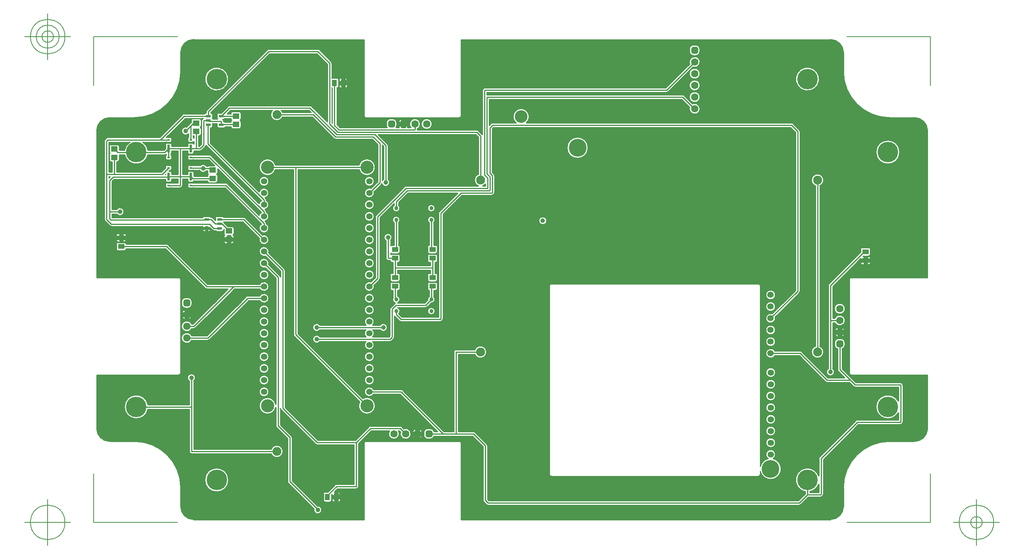
<source format=gbr>
G04 Generated by Ultiboard 14.2 *
%FSLAX24Y24*%
%MOIN*%

%ADD10C,0.0001*%
%ADD11C,0.0100*%
%ADD12C,0.0050*%
%ADD13C,0.0394*%
%ADD14C,0.1750*%
%ADD15C,0.0760*%
%ADD16C,0.0337*%
%ADD17R,0.0433X0.0236*%
%ADD18R,0.0236X0.0657*%
%ADD19R,0.0236X0.0157*%
%ADD20R,0.0551X0.0413*%
%ADD21R,0.0571X0.0453*%
%ADD22R,0.0413X0.0551*%
%ADD23C,0.0633*%
%ADD24R,0.0208X0.0208*%
%ADD25C,0.0392*%
%ADD26C,0.0534*%
%ADD27C,0.1124*%
%ADD28C,0.1518*%
%ADD29C,0.1083*%


G04 ColorRGB 00FF00 for the following layer *
%LNCopper Top*%
%LPD*%
G54D10*
G36*
X27197Y20517D02*
X27197Y20517D01*
X-4349Y20517D01*
X-4349Y13987D01*
G75*
D01*
G02X-4500Y13836I-151J0*
G01*
X-4500Y13836D01*
X-12500Y13836D01*
G75*
D01*
G02X-12651Y13987I0J151*
G01*
X-12651Y13987D01*
X-12651Y20517D01*
X-16896Y20517D01*
X-16896Y20517D01*
X-20500Y20517D01*
X-20500Y20517D01*
X-20500Y20517D01*
X-26345Y20517D01*
X-26345Y20517D01*
X-27197Y20517D01*
G74*
D01*
G02X-27209Y20516I12J151*
G01*
G75*
D01*
G03X-28308Y19418I0J-1098*
G01*
G75*
D01*
G02X-28308Y19406I-151J0*
G01*
X-28308Y19406D01*
X-28308Y17824D01*
G74*
D01*
G02X-28305Y17794I151J30*
G01*
G75*
D01*
G02X-32266Y13833I-3961J0*
G01*
G75*
D01*
G02X-32296Y13836I0J154*
G01*
X-32296Y13836D01*
X-34381Y13836D01*
G74*
D01*
G02X-34393Y13835I12J151*
G01*
G75*
D01*
G03X-35491Y12737I0J-1098*
G01*
G75*
D01*
G02X-35492Y12725I-152J0*
G01*
X-35492Y12725D01*
X-35492Y151D01*
X-28459Y151D01*
G74*
D01*
G02X-28308Y0I0J151*
G01*
X-28308Y0D01*
X-28308Y-8000D01*
G75*
D01*
G02X-28459Y-8151I-151J0*
G01*
X-28459Y-8151D01*
X-35489Y-8151D01*
X-35491Y-11370D01*
X-35491Y-11370D01*
X-35492Y-12725D01*
G74*
D01*
G02X-35491Y-12737I151J12*
G01*
G75*
D01*
G03X-34393Y-13835I1098J0*
G01*
G74*
D01*
G02X-34381Y-13836I0J152*
G01*
X-34381Y-13836D01*
X-32296Y-13836D01*
G75*
D01*
G02X-32266Y-13833I30J-151*
G01*
G74*
D01*
G02X-28305Y-17794I0J3961*
G01*
G75*
D01*
G02X-28308Y-17824I-154J0*
G01*
X-28308Y-17824D01*
X-28308Y-19406D01*
G74*
D01*
G02X-28308Y-19418I151J12*
G01*
G75*
D01*
G03X-27209Y-20516I1099J0*
G01*
G74*
D01*
G02X-27197Y-20517I0J152*
G01*
X-27197Y-20517D01*
X-12651Y-20517D01*
X-12651Y-13988D01*
G75*
D01*
G02X-12500Y-13837I151J0*
G01*
X-12500Y-13837D01*
X-4500Y-13837D01*
G74*
D01*
G02X-4349Y-13988I0J151*
G01*
X-4349Y-13988D01*
X-4349Y-20517D01*
X0Y-20517D01*
X0Y-20517D01*
X0Y-20517D01*
X2001Y-20517D01*
X2001Y-20517D01*
X4296Y-20517D01*
X4296Y-20517D01*
X4296Y-20517D01*
X11450Y-20517D01*
X11450Y-20517D01*
X12500Y-20517D01*
X12500Y-20517D01*
X12500Y-20517D01*
X20500Y-20517D01*
X20899Y-20517D01*
X20899Y-20517D01*
X27197Y-20517D01*
G75*
D01*
G02X27209Y-20516I12J-151*
G01*
G75*
D01*
G03X28308Y-19418I0J1098*
G01*
G74*
D01*
G02X28308Y-19406I151J0*
G01*
X28308Y-19406D01*
X28308Y-17824D01*
G75*
D01*
G02X28305Y-17794I151J30*
G01*
G75*
D01*
G02X32266Y-13833I3961J0*
G01*
G74*
D01*
G02X32296Y-13836I0J154*
G01*
X32296Y-13836D01*
X34381Y-13836D01*
G75*
D01*
G02X34393Y-13835I12J-151*
G01*
G74*
D01*
G03X35489Y-12808I0J1098*
G01*
X35489Y-12806D01*
X35489Y-12806D01*
X35489Y-8151D01*
X28960Y-8151D01*
G75*
D01*
G02X28809Y-8000I0J151*
G01*
X28809Y-8000D01*
X28809Y0D01*
G75*
D01*
G02X28960Y151I151J0*
G01*
X28960Y151D01*
X35489Y151D01*
X35489Y8000D01*
X35489Y8000D01*
X35489Y8000D01*
X35492Y12725D01*
G75*
D01*
G02X35491Y12737I151J12*
G01*
G74*
D01*
G03X34393Y13835I1098J0*
G01*
G75*
D01*
G02X34381Y13836I0J152*
G01*
X34381Y13836D01*
X32296Y13836D01*
G74*
D01*
G02X32266Y13833I30J151*
G01*
G75*
D01*
G02X28305Y17794I0J3961*
G01*
G74*
D01*
G02X28308Y17824I154J0*
G01*
X28308Y17824D01*
X28308Y19406D01*
G75*
D01*
G02X28308Y19418I151J12*
G01*
G74*
D01*
G03X27209Y20516I1099J0*
G01*
G75*
D01*
G02X27197Y20517I0J152*
G01*
D02*
G37*
%LPC*%
G36*
X15324Y16976D02*
G75*
D01*
G02X15324Y16976I276J-376*
G01*
D02*
G37*
G36*
X15153Y14734D02*
X15153Y14734D01*
X14487Y15399D01*
X-1949Y15399D01*
X-1949Y13206D01*
X-1813Y13342D01*
G74*
D01*
G02X-1732Y13391I142J142*
G01*
G75*
D01*
G02X-1670Y13401I61J-191*
G01*
X-1670Y13401D01*
X327Y13401D01*
G75*
D01*
G02X1219Y13401I446J528*
G01*
X1219Y13401D01*
X23870Y13401D01*
G75*
D01*
G02X23935Y13391I1J-201*
G01*
G74*
D01*
G02X24013Y13342I64J191*
G01*
X24013Y13342D01*
X24542Y12813D01*
G74*
D01*
G02X24601Y12671I142J142*
G01*
X24601Y12671D01*
X24601Y-1006D01*
G75*
D01*
G02X24542Y-1148I-201J0*
G01*
X24542Y-1148D01*
X23769Y-1921D01*
X23769Y-1921D01*
X22492Y-3197D01*
G75*
D01*
G02X22208Y-2913I-400J-117*
G01*
X22208Y-2913D01*
X23200Y-1921D01*
X23200Y-1921D01*
X24199Y-922D01*
X24199Y12587D01*
X23787Y12999D01*
X-1587Y12999D01*
X-1699Y12887D01*
X-1699Y9183D01*
X-1558Y9042D01*
G75*
D01*
G02X-1499Y8900I-142J-142*
G01*
X-1499Y8900D01*
X-1499Y7430D01*
G75*
D01*
G02X-1558Y7287I-201J-1*
G01*
X-1558Y7287D01*
X-1587Y7258D01*
G75*
D01*
G02X-1730Y7199I-142J142*
G01*
X-1730Y7199D01*
X-4287Y7199D01*
X-5899Y5587D01*
X-5899Y-3370D01*
G75*
D01*
G02X-5958Y-3513I-201J-1*
G01*
X-5958Y-3513D01*
X-5987Y-3542D01*
G74*
D01*
G02X-6078Y-3594I142J142*
G01*
G74*
D01*
G02X-6129Y-3601I51J194*
G01*
X-6129Y-3601D01*
X-9500Y-3601D01*
G75*
D01*
G02X-9642Y-3542I0J201*
G01*
X-9642Y-3542D01*
X-10042Y-3142D01*
G74*
D01*
G02X-10049Y-3135I142J142*
G01*
X-10049Y-3135D01*
X-10049Y-4920D01*
G75*
D01*
G02X-10108Y-5063I-201J-1*
G01*
X-10108Y-5063D01*
X-10287Y-5242D01*
G74*
D01*
G02X-10366Y-5291I142J142*
G01*
G74*
D01*
G02X-10429Y-5301I63J191*
G01*
X-10429Y-5301D01*
X-11910Y-5301D01*
G75*
D01*
G02X-12490Y-5301I-290J-299*
G01*
X-12490Y-5301D01*
X-16417Y-5301D01*
G75*
D01*
G02X-16417Y-4899I-283J201*
G01*
X-16417Y-4899D01*
X-12490Y-4899D01*
G75*
D01*
G02X-12490Y-4301I290J299*
G01*
X-12490Y-4301D01*
X-16417Y-4301D01*
G75*
D01*
G02X-16417Y-3899I-283J201*
G01*
X-16417Y-3899D01*
X-12490Y-3899D01*
G75*
D01*
G02X-11910Y-3899I290J299*
G01*
X-11910Y-3899D01*
X-11283Y-3899D01*
G75*
D01*
G02X-11283Y-4301I283J-201*
G01*
X-11283Y-4301D01*
X-11910Y-4301D01*
G75*
D01*
G02X-11910Y-4899I-290J-299*
G01*
X-11910Y-4899D01*
X-10513Y-4899D01*
X-10451Y-4837D01*
X-10451Y-2529D01*
G74*
D01*
G02X-10392Y-2387I201J0*
G01*
X-10392Y-2387D01*
X-10063Y-2058D01*
G74*
D01*
G02X-9980Y-2008I142J142*
G01*
G75*
D01*
G02X-10201Y-1596I80J308*
G01*
X-10201Y-1596D01*
X-10201Y-931D01*
X-10276Y-931D01*
G75*
D01*
G02X-10426Y-781I0J150*
G01*
X-10426Y-781D01*
X-10426Y-367D01*
G75*
D01*
G02X-10276Y-217I150J0*
G01*
X-10276Y-217D01*
X-9724Y-217D01*
G74*
D01*
G02X-9574Y-367I0J150*
G01*
X-9574Y-367D01*
X-9574Y-781D01*
G75*
D01*
G02X-9724Y-931I-150J0*
G01*
X-9724Y-931D01*
X-9799Y-931D01*
X-9799Y-1398D01*
G75*
D01*
G02X-9791Y-1999I-101J-302*
G01*
X-9791Y-1999D01*
X-7483Y-1999D01*
X-7447Y-1963D01*
X-7405Y-1921D01*
X-7405Y-1921D01*
X-7217Y-1733D01*
G75*
D01*
G02X-7101Y-1453I317J33*
G01*
X-7101Y-1453D01*
X-7101Y-929D01*
G75*
D01*
G02X-7226Y-781I25J148*
G01*
X-7226Y-781D01*
X-7226Y-367D01*
G75*
D01*
G02X-7076Y-217I150J0*
G01*
X-7076Y-217D01*
X-6524Y-217D01*
G74*
D01*
G02X-6374Y-367I0J150*
G01*
X-6374Y-367D01*
X-6374Y-781D01*
G75*
D01*
G02X-6524Y-931I-150J0*
G01*
X-6524Y-931D01*
X-6699Y-931D01*
X-6699Y-1453D01*
G75*
D01*
G02X-6933Y-2017I-201J-247*
G01*
X-6933Y-2017D01*
X-7258Y-2342D01*
G75*
D01*
G02X-7400Y-2401I-142J142*
G01*
X-7400Y-2401D01*
X-9791Y-2401D01*
G75*
D01*
G02X-9683Y-2933I-109J-299*
G01*
X-9683Y-2933D01*
X-9417Y-3199D01*
X-6301Y-3199D01*
X-6301Y5671D01*
G74*
D01*
G02X-6242Y5813I201J0*
G01*
X-6242Y5813D01*
X-4656Y7399D01*
X-8887Y7399D01*
X-9699Y6587D01*
X-9699Y6347D01*
G75*
D01*
G02X-10101Y6347I-201J-247*
G01*
X-10101Y6347D01*
X-10101Y6486D01*
X-11299Y5287D01*
X-11299Y100D01*
G75*
D01*
G02X-11358Y-42I-201J0*
G01*
X-11358Y-42D01*
X-11800Y-484D01*
G75*
D01*
G02X-12084Y-200I-400J-116*
G01*
X-12084Y-200D01*
X-11701Y183D01*
X-11701Y5371D01*
G74*
D01*
G02X-11642Y5513I201J0*
G01*
X-11642Y5513D01*
X-9627Y7528D01*
X-9213Y7942D01*
G74*
D01*
G02X-9113Y7996I142J142*
G01*
G75*
D01*
G02X-9071Y8001I42J-196*
G01*
X-9071Y8001D01*
X-2879Y8001D01*
G75*
D01*
G02X-2901Y8990I179J499*
G01*
X-2901Y8990D01*
X-2901Y12187D01*
X-3113Y12399D01*
X-11444Y12399D01*
X-10658Y11613D01*
G75*
D01*
G02X-10599Y11470I-142J-142*
G01*
X-10599Y11470D01*
X-10599Y8583D01*
G75*
D01*
G02X-11130Y8193I-201J-283*
G01*
G74*
D01*
G02X-11158Y8158I170J107*
G01*
X-11158Y8158D01*
X-11800Y7516D01*
G75*
D01*
G02X-12084Y7800I-400J-116*
G01*
X-12084Y7800D01*
X-11501Y8383D01*
X-11501Y11537D01*
X-11963Y11999D01*
X-15100Y11999D01*
G75*
D01*
G02X-15242Y12058I0J201*
G01*
X-15242Y12058D01*
X-17083Y13899D01*
X-19610Y13899D01*
G75*
D01*
G02X-20476Y14473I-490J201*
G01*
X-20476Y14473D01*
X-24066Y14473D01*
X-24364Y14175D01*
X-24036Y14175D01*
X-24036Y14204D01*
G75*
D01*
G02X-23885Y14354I151J0*
G01*
X-23885Y14354D01*
X-23315Y14354D01*
G74*
D01*
G02X-23164Y14204I0J150*
G01*
X-23164Y14204D01*
X-23164Y13751D01*
G75*
D01*
G02X-23235Y13623I-151J0*
G01*
G74*
D01*
G02X-23164Y13495I80J128*
G01*
X-23164Y13495D01*
X-23164Y13042D01*
G75*
D01*
G02X-23315Y12891I-151J0*
G01*
X-23315Y12891D01*
X-23885Y12891D01*
G75*
D01*
G02X-24036Y13042I0J151*
G01*
X-24036Y13042D01*
X-24036Y13068D01*
X-24487Y13068D01*
G74*
D01*
G02X-24632Y12957I145J40*
G01*
X-24632Y12957D01*
X-25065Y12957D01*
G75*
D01*
G02X-25216Y13108I0J151*
G01*
X-25216Y13108D01*
X-25216Y13344D01*
X-25216Y13348D01*
X-25216Y13348D01*
X-25584Y13348D01*
G74*
D01*
G02X-25584Y13338I151J10*
G01*
X-25584Y13338D01*
X-25584Y13102D01*
G75*
D01*
G02X-25735Y12951I-151J0*
G01*
X-25735Y12951D01*
X-25799Y12951D01*
X-25799Y11683D01*
X-21643Y7528D01*
X-21607Y7491D01*
G75*
D01*
G02X-21109Y6993I407J-91*
G01*
X-21109Y6993D01*
X-21058Y6942D01*
G75*
D01*
G02X-20999Y6800I-142J-142*
G01*
X-20999Y6800D01*
X-20999Y6765D01*
G75*
D01*
G02X-21109Y5993I-201J-365*
G01*
X-21109Y5993D01*
X-21058Y5942D01*
G75*
D01*
G02X-20999Y5800I-142J-142*
G01*
X-20999Y5800D01*
X-20999Y5765D01*
G75*
D01*
G02X-21109Y4993I-201J-365*
G01*
X-21109Y4993D01*
X-21058Y4942D01*
G75*
D01*
G02X-20999Y4800I-142J-142*
G01*
X-20999Y4800D01*
X-20999Y4765D01*
G75*
D01*
G02X-21431Y4747I-201J-365*
G01*
X-21431Y4747D01*
X-24212Y7528D01*
X-24533Y7849D01*
X-27249Y7849D01*
G74*
D01*
G02X-27337Y7821I88J122*
G01*
X-27337Y7821D01*
X-27573Y7821D01*
G75*
D01*
G02X-27724Y7971I0J150*
G01*
X-27724Y7971D01*
X-27724Y8129D01*
G75*
D01*
G02X-27573Y8279I151J0*
G01*
X-27573Y8279D01*
X-27337Y8279D01*
G74*
D01*
G02X-27249Y8251I0J150*
G01*
X-27249Y8251D01*
X-24450Y8251D01*
G74*
D01*
G02X-24401Y8245I0J201*
G01*
G74*
D01*
G02X-24308Y8192I49J195*
G01*
X-24308Y8192D01*
X-23643Y7528D01*
X-21607Y5491D01*
G74*
D01*
G02X-21431Y5747I407J91*
G01*
X-21431Y5747D01*
X-23212Y7528D01*
X-25164Y9480D01*
X-25164Y9128D01*
G75*
D01*
G02X-25235Y9000I-151J0*
G01*
G74*
D01*
G02X-25164Y8872I80J128*
G01*
X-25164Y8872D01*
X-25164Y8419D01*
G75*
D01*
G02X-25315Y8269I-151J0*
G01*
X-25315Y8269D01*
X-25885Y8269D01*
G75*
D01*
G02X-26036Y8419I0J150*
G01*
X-26036Y8419D01*
X-26036Y8445D01*
X-27189Y8445D01*
G74*
D01*
G02X-27337Y8321I148J26*
G01*
X-27337Y8321D01*
X-27573Y8321D01*
G75*
D01*
G02X-27724Y8471I0J150*
G01*
X-27724Y8471D01*
X-27724Y8599D01*
X-28149Y8599D01*
X-28149Y8050D01*
G75*
D01*
G02X-28350Y7849I-201J0*
G01*
X-28350Y7849D01*
X-29139Y7849D01*
G74*
D01*
G02X-29227Y7821I88J122*
G01*
X-29227Y7821D01*
X-29463Y7821D01*
G75*
D01*
G02X-29614Y7971I0J150*
G01*
X-29614Y7971D01*
X-29614Y8129D01*
G75*
D01*
G02X-29463Y8279I151J0*
G01*
X-29463Y8279D01*
X-29227Y8279D01*
G74*
D01*
G02X-29139Y8251I0J150*
G01*
X-29139Y8251D01*
X-28551Y8251D01*
X-28551Y8599D01*
X-29076Y8599D01*
X-29076Y8471D01*
G75*
D01*
G02X-29227Y8321I-151J0*
G01*
X-29227Y8321D01*
X-29463Y8321D01*
G75*
D01*
G02X-29614Y8471I0J150*
G01*
X-29614Y8471D01*
X-29614Y8574D01*
X-34012Y8574D01*
X-34199Y8387D01*
X-34199Y6001D01*
X-33783Y6001D01*
G75*
D01*
G02X-33783Y5599I283J-201*
G01*
X-33783Y5599D01*
X-34199Y5599D01*
X-34199Y5301D01*
X-26463Y5301D01*
G75*
D01*
G02X-26323Y5398I140J-54*
G01*
X-26323Y5398D01*
X-25890Y5398D01*
G74*
D01*
G02X-25764Y5330I0J151*
G01*
X-25764Y5330D01*
X-25729Y5330D01*
G74*
D01*
G02X-25682Y5325I0J201*
G01*
G74*
D01*
G02X-25587Y5271I47J196*
G01*
X-25587Y5271D01*
X-25371Y5055D01*
X-25371Y5253D01*
G75*
D01*
G02X-25220Y5404I151J0*
G01*
X-25220Y5404D01*
X-24787Y5404D01*
G74*
D01*
G02X-24661Y5336I0J151*
G01*
X-24661Y5336D01*
X-22935Y5336D01*
G75*
D01*
G02X-22793Y5277I0J-201*
G01*
X-22793Y5277D01*
X-21316Y3800D01*
G75*
D01*
G02X-21600Y3516I116J-400*
G01*
X-21600Y3516D01*
X-23018Y4934D01*
X-24649Y4934D01*
G74*
D01*
G02X-24637Y4875I138J61*
G01*
X-24637Y4875D01*
X-24293Y4531D01*
X-23915Y4531D01*
G74*
D01*
G02X-23764Y4381I0J150*
G01*
X-23764Y4381D01*
X-23764Y3928D01*
G75*
D01*
G02X-23835Y3800I-151J0*
G01*
G74*
D01*
G02X-23764Y3672I80J128*
G01*
X-23764Y3672D01*
X-23764Y3579D01*
X-24066Y3579D01*
X-24066Y3777D01*
X-24334Y3777D01*
X-24334Y3579D01*
X-24636Y3579D01*
X-24636Y3672D01*
G74*
D01*
G02X-24565Y3800I151J0*
G01*
G75*
D01*
G02X-24636Y3928I80J128*
G01*
X-24636Y3928D01*
X-24636Y4306D01*
X-24637Y4307D01*
X-24637Y4257D01*
G75*
D01*
G02X-24787Y4106I-150J0*
G01*
X-24787Y4106D01*
X-25220Y4106D01*
G75*
D01*
G02X-25346Y4174I0J151*
G01*
X-25346Y4174D01*
X-25475Y4174D01*
G75*
D01*
G02X-25617Y4233I0J201*
G01*
X-25617Y4233D01*
X-25861Y4476D01*
X-26011Y4476D01*
X-26011Y4549D01*
X-26202Y4549D01*
X-26202Y4476D01*
X-26473Y4476D01*
X-26473Y4499D01*
G74*
D01*
G02X-26465Y4549I150J0*
G01*
X-26465Y4549D01*
X-34250Y4549D01*
G75*
D01*
G02X-34392Y4608I0J201*
G01*
X-34392Y4608D01*
X-34792Y5008D01*
G75*
D01*
G02X-34851Y5150I142J142*
G01*
X-34851Y5150D01*
X-34851Y11850D01*
G74*
D01*
G02X-34792Y11992I201J0*
G01*
X-34792Y11992D01*
X-34692Y12092D01*
G74*
D01*
G02X-34622Y12138I142J142*
G01*
G75*
D01*
G02X-34550Y12151I72J-188*
G01*
X-34550Y12151D01*
X-30133Y12151D01*
X-28162Y14122D01*
G74*
D01*
G02X-28022Y14181I142J142*
G01*
X-28020Y14181D01*
X-28020Y14181D01*
X-26294Y14181D01*
G75*
D01*
G02X-26168Y14249I126J-83*
G01*
X-26168Y14249D01*
X-26152Y14249D01*
X-26152Y14351D01*
G74*
D01*
G02X-26093Y14493I201J0*
G01*
X-26093Y14493D01*
X-23610Y16976D01*
X-20934Y19652D01*
G74*
D01*
G02X-20802Y19711I142J142*
G01*
G75*
D01*
G02X-20791Y19711I10J-201*
G01*
X-20791Y19711D01*
X-16610Y19711D01*
G74*
D01*
G02X-16593Y19711I0J201*
G01*
G74*
D01*
G02X-16468Y19652I17J201*
G01*
X-16468Y19652D01*
X-15458Y18642D01*
G75*
D01*
G02X-15399Y18499I-142J-142*
G01*
X-15399Y18499D01*
X-15399Y17225D01*
G75*
D01*
G02X-15381Y17226I18J-149*
G01*
X-15381Y17226D01*
X-14967Y17226D01*
G74*
D01*
G02X-14817Y17076I0J150*
G01*
X-14817Y17076D01*
X-14817Y16524D01*
G75*
D01*
G02X-14967Y16374I-150J0*
G01*
X-14967Y16374D01*
X-14973Y16374D01*
X-14973Y13257D01*
X-14717Y13001D01*
X-10692Y13001D01*
G75*
D01*
G02X-10752Y13196I288J195*
G01*
X-10752Y13196D01*
X-10752Y13404D01*
G75*
D01*
G02X-10404Y13752I348J0*
G01*
X-10404Y13752D01*
X-10196Y13752D01*
G74*
D01*
G02X-9848Y13404I0J348*
G01*
X-9848Y13404D01*
X-9848Y13196D01*
G75*
D01*
G02X-9908Y13001I-348J0*
G01*
X-9908Y13001D01*
X-9658Y13001D01*
G74*
D01*
G02X-9736Y13135I358J299*
G01*
X-9736Y13135D01*
X-9465Y13135D01*
X-9465Y13001D01*
X-9135Y13001D01*
X-9135Y13135D01*
X-8864Y13135D01*
G74*
D01*
G02X-8942Y13001I436J165*
G01*
X-8942Y13001D01*
X-8658Y13001D01*
G75*
D01*
G02X-8099Y12879I358J299*
G01*
X-8099Y12879D01*
X-8099Y12830D01*
G75*
D01*
G02X-8101Y12801I-201J-1*
G01*
X-8101Y12801D01*
X-3030Y12801D01*
G75*
D01*
G02X-2887Y12742I1J-201*
G01*
X-2887Y12742D01*
X-2558Y12413D01*
G74*
D01*
G02X-2551Y12406I142J142*
G01*
X-2551Y12406D01*
X-2551Y16171D01*
G74*
D01*
G02X-2492Y16313I201J0*
G01*
X-2492Y16313D01*
X-2463Y16342D01*
G74*
D01*
G02X-2371Y16394I142J142*
G01*
G75*
D01*
G02X-2320Y16401I50J-194*
G01*
X-2320Y16401D01*
X13117Y16401D01*
X13692Y16976D01*
X15160Y18444D01*
G75*
D01*
G02X15444Y18160I440J156*
G01*
X15444Y18160D01*
X13342Y16058D01*
G74*
D01*
G02X13200Y15999I142J142*
G01*
X13200Y15999D01*
X-2149Y15999D01*
X-2149Y15799D01*
G75*
D01*
G02X-2120Y15801I28J-199*
G01*
X-2120Y15801D01*
X14571Y15801D01*
G74*
D01*
G02X14713Y15742I0J201*
G01*
X14713Y15742D01*
X15423Y15032D01*
G75*
D01*
G02X15153Y14734I177J-432*
G01*
D02*
G37*
G36*
X26252Y16976D02*
G75*
D01*
G02X26252Y16976I-1012J164*
G01*
D02*
G37*
G36*
X-7447Y12857D02*
G75*
D01*
G02X-7447Y12857I147J443*
G01*
D02*
G37*
G36*
X30476Y1983D02*
G74*
D01*
G02X30626Y1833I0J150*
G01*
X30626Y1833D01*
X30626Y1753D01*
X30327Y1753D01*
X30327Y1983D01*
X30476Y1983D01*
D02*
G37*
G36*
X30626Y1419D02*
G75*
D01*
G02X30476Y1269I-150J0*
G01*
X30476Y1269D01*
X30327Y1269D01*
X30327Y1499D01*
X30626Y1499D01*
X30626Y1419D01*
D02*
G37*
G36*
X27579Y-3299D02*
G75*
D01*
G02X27579Y-3701I421J-201*
G01*
X27579Y-3701D01*
X27401Y-3701D01*
X27401Y-7617D01*
G75*
D01*
G02X26999Y-7617I-201J-283*
G01*
X26999Y-7617D01*
X26999Y-3471D01*
X26999Y-3470D01*
X26999Y-3470D01*
X26999Y-500D01*
G75*
D01*
G02X27058Y-358I201J0*
G01*
X27058Y-358D01*
X29774Y2358D01*
X29774Y2581D01*
G75*
D01*
G02X29924Y2731I150J0*
G01*
X29924Y2731D01*
X30476Y2731D01*
G74*
D01*
G02X30626Y2581I0J150*
G01*
X30626Y2581D01*
X30626Y2167D01*
G75*
D01*
G02X30476Y2017I-150J0*
G01*
X30476Y2017D01*
X30001Y2017D01*
X29968Y1983D01*
X30073Y1983D01*
X30073Y1753D01*
X29774Y1753D01*
X29774Y1789D01*
X27401Y-583D01*
X27401Y-3299D01*
X27579Y-3299D01*
D02*
G37*
G36*
X26301Y-5710D02*
G75*
D01*
G02X25899Y-5710I-201J-490*
G01*
X25899Y-5710D01*
X25899Y8010D01*
G75*
D01*
G02X26301Y8010I201J490*
G01*
X26301Y8010D01*
X26301Y-5710D01*
D02*
G37*
G36*
X33401Y-9029D02*
X33401Y-9029D01*
X33401Y-12171D01*
G75*
D01*
G02X33342Y-12313I-201J0*
G01*
X33342Y-12313D01*
X33313Y-12342D01*
G74*
D01*
G02X33221Y-12394I142J142*
G01*
G75*
D01*
G02X33170Y-12401I-50J194*
G01*
X33170Y-12401D01*
X29583Y-12401D01*
X26601Y-15383D01*
X26601Y-18371D01*
G75*
D01*
G02X26542Y-18513I-201J0*
G01*
X26542Y-18513D01*
X26513Y-18542D01*
G74*
D01*
G02X26371Y-18601I142J142*
G01*
X26371Y-18601D01*
X25323Y-18601D01*
X24682Y-19242D01*
G74*
D01*
G02X24540Y-19301I142J142*
G01*
X24540Y-19301D01*
X-2071Y-19301D01*
G75*
D01*
G02X-2082Y-19301I0J201*
G01*
G74*
D01*
G02X-2213Y-19242I11J201*
G01*
X-2213Y-19242D01*
X-2442Y-19013D01*
G75*
D01*
G02X-2501Y-18871I142J142*
G01*
X-2501Y-18871D01*
X-2501Y-14283D01*
X-3387Y-13397D01*
X-6658Y-13397D01*
G74*
D01*
G02X-6992Y-13648I334J96*
G01*
X-6992Y-13648D01*
X-7200Y-13648D01*
G75*
D01*
G02X-7548Y-13301I0J347*
G01*
X-7548Y-13301D01*
X-7548Y-13092D01*
G75*
D01*
G02X-7200Y-12745I348J0*
G01*
X-7200Y-12745D01*
X-6992Y-12745D01*
G74*
D01*
G02X-6658Y-12995I0J347*
G01*
X-6658Y-12995D01*
X-6389Y-12995D01*
X-9583Y-9801D01*
X-11835Y-9801D01*
G75*
D01*
G02X-11835Y-9399I-365J201*
G01*
X-11835Y-9399D01*
X-9500Y-9399D01*
X-9500Y-9399D01*
X-9500Y-9399D01*
X-9472Y-9399D01*
G74*
D01*
G02X-9282Y-9533I0J201*
G01*
X-9282Y-9533D01*
X-5820Y-12995D01*
X-4997Y-12995D01*
X-4997Y-6200D01*
G75*
D01*
G02X-4796Y-5999I201J0*
G01*
X-4796Y-5999D01*
X-3190Y-5999D01*
G75*
D01*
G02X-3190Y-6401I490J-201*
G01*
X-3190Y-6401D01*
X-4595Y-6401D01*
X-4595Y-12995D01*
X-3304Y-12995D01*
G74*
D01*
G02X-3161Y-13055I0J201*
G01*
X-3161Y-13055D01*
X-2158Y-14058D01*
G75*
D01*
G02X-2099Y-14201I-142J-142*
G01*
X-2099Y-14201D01*
X-2099Y-18787D01*
X-1987Y-18899D01*
X24457Y-18899D01*
X25039Y-18317D01*
X25039Y-18145D01*
G75*
D01*
G02X26199Y-16778I201J1005*
G01*
X26199Y-16778D01*
X26199Y-15300D01*
G75*
D01*
G02X26258Y-15158I201J0*
G01*
X26258Y-15158D01*
X29358Y-12058D01*
G74*
D01*
G02X29432Y-12011I142J142*
G01*
G75*
D01*
G02X29500Y-11999I68J-189*
G01*
X29500Y-11999D01*
X32999Y-11999D01*
X32999Y-11400D01*
G75*
D01*
G02X32999Y-10380I-889J510*
G01*
X32999Y-10380D01*
X32999Y-9201D01*
X29300Y-9201D01*
G75*
D01*
G02X29158Y-9142I0J201*
G01*
X29158Y-9142D01*
X28817Y-8801D01*
X26900Y-8801D01*
G75*
D01*
G02X26758Y-8742I0J201*
G01*
X26758Y-8742D01*
X24530Y-6515D01*
X22457Y-6515D01*
G75*
D01*
G02X22457Y-6113I-365J201*
G01*
X22457Y-6113D01*
X24614Y-6113D01*
G74*
D01*
G02X24756Y-6172I0J201*
G01*
X24756Y-6172D01*
X26983Y-8399D01*
X28415Y-8399D01*
X27858Y-7842D01*
G75*
D01*
G02X27799Y-7700I142J142*
G01*
X27799Y-7700D01*
X27799Y-5938D01*
G75*
D01*
G02X27548Y-5604I97J334*
G01*
X27548Y-5604D01*
X27548Y-5396D01*
G75*
D01*
G02X27896Y-5048I348J0*
G01*
X27896Y-5048D01*
X28104Y-5048D01*
G74*
D01*
G02X28452Y-5396I0J348*
G01*
X28452Y-5396D01*
X28452Y-5604D01*
G75*
D01*
G02X28201Y-5938I-348J0*
G01*
X28201Y-5938D01*
X28201Y-7617D01*
X29042Y-8458D01*
X29042Y-8458D01*
X29042Y-8458D01*
X29383Y-8799D01*
X33171Y-8799D01*
G74*
D01*
G02X33313Y-8858I0J201*
G01*
X33313Y-8858D01*
X33342Y-8887D01*
G74*
D01*
G02X33401Y-9029I142J142*
G01*
D02*
G37*
G36*
X-14069Y17076D02*
X-14069Y17076D01*
X-14069Y16927D01*
X-14299Y16927D01*
X-14299Y17226D01*
X-14219Y17226D01*
G74*
D01*
G02X-14069Y17076I0J150*
G01*
D02*
G37*
G36*
X-14633Y17226D02*
X-14633Y17226D01*
X-14553Y17226D01*
X-14553Y16927D01*
X-14783Y16927D01*
X-14783Y17076D01*
G75*
D01*
G02X-14633Y17226I150J0*
G01*
D02*
G37*
G36*
X21209Y-529D02*
X21209Y-529D01*
X21209Y-15980D01*
G74*
D01*
G02X21883Y-15311I883J215*
G01*
G75*
D01*
G02X22313Y-15314I217J356*
G01*
G75*
D01*
G02X21209Y-16411I-221J-881*
G01*
X21209Y-16411D01*
X21209Y-16671D01*
G75*
D01*
G02X21058Y-16822I-151J0*
G01*
X21058Y-16822D01*
X3342Y-16822D01*
G75*
D01*
G02X3191Y-16671I0J151*
G01*
X3191Y-16671D01*
X3191Y-529D01*
G75*
D01*
G02X3342Y-378I151J0*
G01*
X3342Y-378D01*
X21058Y-378D01*
G74*
D01*
G02X21209Y-529I0J151*
G01*
D02*
G37*
G36*
X22233Y-1921D02*
G75*
D01*
G02X22233Y-1921I-141J-393*
G01*
D02*
G37*
G36*
X22058Y-11370D02*
G75*
D01*
G02X22058Y-11370I42J415*
G01*
D02*
G37*
G36*
X-24228Y16976D02*
G75*
D01*
G02X-24228Y16976I-1012J164*
G01*
D02*
G37*
G36*
X-26100Y-801D02*
G75*
D01*
G02X-26242Y-742I0J201*
G01*
X-26242Y-742D01*
X-26345Y-639D01*
X-26345Y-639D01*
X-29609Y2625D01*
X-32974Y2625D01*
X-32974Y2619D01*
G75*
D01*
G02X-33124Y2469I-150J0*
G01*
X-33124Y2469D01*
X-33676Y2469D01*
G75*
D01*
G02X-33826Y2619I0J150*
G01*
X-33826Y2619D01*
X-33826Y3033D01*
G75*
D01*
G02X-33676Y3183I150J0*
G01*
X-33676Y3183D01*
X-33124Y3183D01*
G74*
D01*
G02X-32974Y3033I0J150*
G01*
X-32974Y3033D01*
X-32974Y3027D01*
X-29526Y3027D01*
G75*
D01*
G02X-29384Y2968I0J-201*
G01*
X-29384Y2968D01*
X-26017Y-399D01*
X-23800Y-399D01*
X-23800Y-399D01*
X-23800Y-399D01*
X-21565Y-399D01*
G75*
D01*
G02X-21565Y-801I365J-201*
G01*
X-21565Y-801D01*
X-23717Y-801D01*
X-24837Y-1921D01*
X-24837Y-1921D01*
X-26345Y-3429D01*
X-27058Y-4142D01*
G74*
D01*
G02X-27179Y-4200I142J142*
G01*
G74*
D01*
G02X-27200Y-4201I21J200*
G01*
X-27200Y-4201D01*
X-27379Y-4201D01*
G75*
D01*
G02X-27379Y-3799I-421J201*
G01*
X-27379Y-3799D01*
X-27283Y-3799D01*
X-26345Y-2861D01*
X-25405Y-1921D01*
X-25405Y-1921D01*
X-24285Y-801D01*
X-26100Y-801D01*
D02*
G37*
G36*
X-28252Y-2104D02*
X-28252Y-2104D01*
X-28252Y-1896D01*
G75*
D01*
G02X-27904Y-1548I348J0*
G01*
X-27904Y-1548D01*
X-27696Y-1548D01*
G74*
D01*
G02X-27348Y-1896I0J348*
G01*
X-27348Y-1896D01*
X-27348Y-2104D01*
G75*
D01*
G02X-27696Y-2452I-348J0*
G01*
X-27696Y-2452D01*
X-27904Y-2452D01*
G75*
D01*
G02X-28252Y-2104I0J348*
G01*
D02*
G37*
G36*
X-26323Y4112D02*
G75*
D01*
G02X-26473Y4263I0J151*
G01*
X-26473Y4263D01*
X-26473Y4286D01*
X-26202Y4286D01*
X-26202Y4112D01*
X-26323Y4112D01*
D02*
G37*
G36*
X-31105Y-10689D02*
X-31105Y-10689D01*
X-27601Y-10689D01*
X-27601Y-8683D01*
G75*
D01*
G02X-27199Y-8683I201J283*
G01*
X-27199Y-8683D01*
X-27199Y-14499D01*
X-20590Y-14499D01*
G75*
D01*
G02X-20590Y-14901I490J-201*
G01*
X-20590Y-14901D01*
X-27400Y-14901D01*
G75*
D01*
G02X-27601Y-14700I0J201*
G01*
X-27601Y-14700D01*
X-27601Y-11091D01*
X-31105Y-11091D01*
G75*
D01*
G02X-31105Y-10689I-1005J201*
G01*
D02*
G37*
G36*
X-25858Y-5142D02*
G74*
D01*
G02X-25979Y-5200I142J142*
G01*
G74*
D01*
G02X-26000Y-5201I21J200*
G01*
X-26000Y-5201D01*
X-27379Y-5201D01*
G75*
D01*
G02X-27379Y-4799I-421J201*
G01*
X-27379Y-4799D01*
X-26083Y-4799D01*
X-23205Y-1921D01*
X-23205Y-1921D01*
X-22742Y-1458D01*
G75*
D01*
G02X-22600Y-1399I142J-142*
G01*
X-22600Y-1399D01*
X-21565Y-1399D01*
G75*
D01*
G02X-21565Y-1801I365J-201*
G01*
X-21565Y-1801D01*
X-22517Y-1801D01*
X-22637Y-1921D01*
X-22637Y-1921D01*
X-25858Y-5142D01*
D02*
G37*
G36*
X-18858Y-13358D02*
G75*
D01*
G02X-18799Y-13500I-142J-142*
G01*
X-18799Y-13500D01*
X-18799Y-17187D01*
X-16896Y-19090D01*
X-16896Y-19090D01*
X-16632Y-19355D01*
G75*
D01*
G02X-16937Y-19618I32J-345*
G01*
X-16937Y-19618D01*
X-19142Y-17413D01*
G75*
D01*
G02X-19201Y-17271I142J142*
G01*
X-19201Y-17271D01*
X-19201Y-13583D01*
X-20142Y-12642D01*
G75*
D01*
G02X-20201Y-12500I142J142*
G01*
X-20201Y-12500D01*
X-20201Y-10936D01*
G75*
D01*
G02X-20201Y-10664I-699J136*
G01*
X-20201Y-10664D01*
X-20201Y117D01*
X-21084Y1000D01*
G75*
D01*
G02X-20800Y1284I-116J400*
G01*
X-20800Y1284D01*
X-19858Y342D01*
G74*
D01*
G02X-19801Y228I142J142*
G01*
X-19801Y228D01*
X-19801Y717D01*
X-21084Y2000D01*
G75*
D01*
G02X-20800Y2284I-116J400*
G01*
X-20800Y2284D01*
X-19458Y942D01*
G75*
D01*
G02X-19399Y800I-142J-142*
G01*
X-19399Y800D01*
X-19399Y-10917D01*
X-16587Y-13728D01*
X-13383Y-13728D01*
X-12242Y-12587D01*
G75*
D01*
G02X-12100Y-12528I142J-142*
G01*
X-12100Y-12528D01*
X-9564Y-12528D01*
G75*
D01*
G02X-9421Y-12587I1J-201*
G01*
X-9421Y-12587D01*
X-9252Y-12756D01*
G75*
D01*
G02X-9536Y-13041I156J-440*
G01*
X-9536Y-13041D01*
X-9647Y-12930D01*
X-9713Y-12930D01*
G75*
D01*
G02X-10480Y-12930I-383J-266*
G01*
X-10480Y-12930D01*
X-12017Y-12930D01*
X-13114Y-14027D01*
X-13114Y-17595D01*
G75*
D01*
G02X-13158Y-17813I-186J-76*
G01*
X-13158Y-17813D01*
X-13187Y-17842D01*
G75*
D01*
G02X-13330Y-17901I-142J142*
G01*
X-13330Y-17901D01*
X-14917Y-17901D01*
X-15189Y-18174D01*
X-15153Y-18174D01*
X-15153Y-18473D01*
X-15383Y-18473D01*
X-15383Y-18368D01*
X-15417Y-18401D01*
X-15417Y-18876D01*
G75*
D01*
G02X-15567Y-19026I-150J0*
G01*
X-15567Y-19026D01*
X-15981Y-19026D01*
G75*
D01*
G02X-16131Y-18876I0J150*
G01*
X-16131Y-18876D01*
X-16131Y-18324D01*
G75*
D01*
G02X-15981Y-18174I150J0*
G01*
X-15981Y-18174D01*
X-15758Y-18174D01*
X-15142Y-17558D01*
G75*
D01*
G02X-15000Y-17499I142J-142*
G01*
X-15000Y-17499D01*
X-13516Y-17499D01*
X-13516Y-14130D01*
X-16671Y-14130D01*
G75*
D01*
G02X-16813Y-14071I0J201*
G01*
X-16813Y-14071D01*
X-19514Y-11370D01*
X-19742Y-11142D01*
G74*
D01*
G02X-19799Y-11028I142J142*
G01*
X-19799Y-11028D01*
X-19799Y-12417D01*
X-18858Y-13358D01*
D02*
G37*
G36*
X-12741Y-10175D02*
G75*
D01*
G02X-13025Y-10459I341J-625*
G01*
X-13025Y-10459D01*
X-16896Y-6588D01*
X-18642Y-4842D01*
G75*
D01*
G02X-18701Y-4700I142J142*
G01*
X-18701Y-4700D01*
X-18701Y9399D01*
X-20217Y9399D01*
G75*
D01*
G02X-20217Y9801I-683J201*
G01*
X-20217Y9801D01*
X-13083Y9801D01*
G75*
D01*
G02X-13083Y9399I683J-201*
G01*
X-13083Y9399D01*
X-18299Y9399D01*
X-18299Y-4617D01*
X-12741Y-10175D01*
D02*
G37*
G36*
X-12466Y-1921D02*
G75*
D01*
G02X-12466Y-1921I266J321*
G01*
D02*
G37*
G36*
X-9724Y531D02*
G74*
D01*
G02X-9574Y381I0J150*
G01*
X-9574Y381D01*
X-9574Y-33D01*
G75*
D01*
G02X-9724Y-183I-150J0*
G01*
X-9724Y-183D01*
X-10276Y-183D01*
G75*
D01*
G02X-10426Y-33I0J150*
G01*
X-10426Y-33D01*
X-10426Y381D01*
G75*
D01*
G02X-10276Y531I150J0*
G01*
X-10276Y531D01*
X-10201Y531D01*
X-10201Y1469D01*
X-10276Y1469D01*
G75*
D01*
G02X-10426Y1619I0J150*
G01*
X-10426Y1619D01*
X-10426Y1625D01*
X-10574Y1625D01*
G75*
D01*
G02X-10775Y1826I0J201*
G01*
X-10775Y1826D01*
X-10775Y3301D01*
G75*
D01*
G02X-10373Y3338I175J299*
G01*
X-10373Y3338D01*
X-10373Y2896D01*
G75*
D01*
G02X-10276Y2931I97J-115*
G01*
X-10276Y2931D01*
X-10101Y2931D01*
X-10101Y4853D01*
G75*
D01*
G02X-9699Y4853I201J247*
G01*
X-9699Y4853D01*
X-9699Y2929D01*
G74*
D01*
G02X-9574Y2781I25J148*
G01*
X-9574Y2781D01*
X-9574Y2367D01*
G75*
D01*
G02X-9724Y2217I-150J0*
G01*
X-9724Y2217D01*
X-10276Y2217D01*
G75*
D01*
G02X-10373Y2252I0J150*
G01*
X-10373Y2252D01*
X-10373Y2148D01*
G75*
D01*
G02X-10276Y2183I97J-115*
G01*
X-10276Y2183D01*
X-9724Y2183D01*
G74*
D01*
G02X-9574Y2033I0J150*
G01*
X-9574Y2033D01*
X-9574Y1619D01*
G75*
D01*
G02X-9724Y1469I-150J0*
G01*
X-9724Y1469D01*
X-9799Y1469D01*
X-9799Y1201D01*
X-7001Y1201D01*
X-7001Y1469D01*
X-7076Y1469D01*
G75*
D01*
G02X-7226Y1619I0J150*
G01*
X-7226Y1619D01*
X-7226Y2033D01*
G75*
D01*
G02X-7076Y2183I150J0*
G01*
X-7076Y2183D01*
X-6524Y2183D01*
G74*
D01*
G02X-6374Y2033I0J150*
G01*
X-6374Y2033D01*
X-6374Y1842D01*
G75*
D01*
G02X-6374Y1810I-200J-16*
G01*
X-6374Y1810D01*
X-6374Y1619D01*
G75*
D01*
G02X-6524Y1469I-150J0*
G01*
X-6524Y1469D01*
X-6599Y1469D01*
X-6599Y531D01*
X-6524Y531D01*
G74*
D01*
G02X-6374Y381I0J150*
G01*
X-6374Y381D01*
X-6374Y-33D01*
G75*
D01*
G02X-6524Y-183I-150J0*
G01*
X-6524Y-183D01*
X-7076Y-183D01*
G75*
D01*
G02X-7226Y-33I0J150*
G01*
X-7226Y-33D01*
X-7226Y381D01*
G75*
D01*
G02X-7076Y531I150J0*
G01*
X-7076Y531D01*
X-7001Y531D01*
X-7001Y799D01*
X-9799Y799D01*
X-9799Y531D01*
X-9724Y531D01*
D02*
G37*
G36*
X-7218Y-2700D02*
G75*
D01*
G02X-7218Y-2700I318J0*
G01*
D02*
G37*
G36*
X29774Y1419D02*
X29774Y1419D01*
X29774Y1499D01*
X30073Y1499D01*
X30073Y1269D01*
X29924Y1269D01*
G75*
D01*
G02X29774Y1419I0J150*
G01*
D02*
G37*
G36*
X-12617Y-2600D02*
G75*
D01*
G02X-12617Y-2600I417J0*
G01*
D02*
G37*
G36*
X-6699Y4853D02*
X-6699Y4853D01*
X-6699Y2931D01*
X-6524Y2931D01*
G74*
D01*
G02X-6374Y2781I0J150*
G01*
X-6374Y2781D01*
X-6374Y2367D01*
G75*
D01*
G02X-6524Y2217I-150J0*
G01*
X-6524Y2217D01*
X-7076Y2217D01*
G75*
D01*
G02X-7226Y2367I0J150*
G01*
X-7226Y2367D01*
X-7226Y2781D01*
G74*
D01*
G02X-7101Y2929I150J0*
G01*
X-7101Y2929D01*
X-7101Y4853D01*
G75*
D01*
G02X-6699Y4853I201J247*
G01*
D02*
G37*
G36*
X-7218Y6100D02*
G75*
D01*
G02X-7218Y6100I318J0*
G01*
D02*
G37*
G36*
X21675Y-1314D02*
G75*
D01*
G02X21675Y-1314I417J0*
G01*
D02*
G37*
G36*
X-9475Y13300D02*
G75*
D01*
G02X-9475Y13300I175J0*
G01*
D02*
G37*
G36*
X-9736Y13465D02*
G74*
D01*
G02X-9465Y13736I436J165*
G01*
X-9465Y13736D01*
X-9465Y13465D01*
X-9736Y13465D01*
D02*
G37*
G36*
X-9135Y13736D02*
G74*
D01*
G02X-8864Y13465I165J436*
G01*
X-8864Y13465D01*
X-9135Y13465D01*
X-9135Y13736D01*
D02*
G37*
G36*
X-14219Y16374D02*
X-14219Y16374D01*
X-14299Y16374D01*
X-14299Y16673D01*
X-14069Y16673D01*
X-14069Y16524D01*
G75*
D01*
G02X-14219Y16374I-150J0*
G01*
D02*
G37*
G36*
X-14633Y16374D02*
G75*
D01*
G02X-14783Y16524I0J150*
G01*
X-14783Y16524D01*
X-14783Y16673D01*
X-14553Y16673D01*
X-14553Y16374D01*
X-14633Y16374D01*
D02*
G37*
G36*
X-12617Y8400D02*
G75*
D01*
G02X-12617Y8400I417J0*
G01*
D02*
G37*
G36*
X15133Y17600D02*
G75*
D01*
G02X15133Y17600I467J0*
G01*
D02*
G37*
G36*
X15704Y20052D02*
G74*
D01*
G02X16052Y19704I0J348*
G01*
X16052Y19704D01*
X16052Y19496D01*
G75*
D01*
G02X15704Y19148I-348J0*
G01*
X15704Y19148D01*
X15496Y19148D01*
G75*
D01*
G02X15148Y19496I0J348*
G01*
X15148Y19496D01*
X15148Y19704D01*
G75*
D01*
G02X15496Y20052I348J0*
G01*
X15496Y20052D01*
X15704Y20052D01*
D02*
G37*
G36*
X15133Y15600D02*
G75*
D01*
G02X15133Y15600I467J0*
G01*
D02*
G37*
G36*
X31085Y10890D02*
G75*
D01*
G02X31085Y10890I1025J0*
G01*
D02*
G37*
G36*
X4687Y11265D02*
G75*
D01*
G02X4687Y11265I909J0*
G01*
D02*
G37*
G36*
X-21617Y-9600D02*
G75*
D01*
G02X-21617Y-9600I417J0*
G01*
D02*
G37*
G36*
X-21617Y-8600D02*
G75*
D01*
G02X-21617Y-8600I417J0*
G01*
D02*
G37*
G36*
X-21617Y-7600D02*
G75*
D01*
G02X-21617Y-7600I417J0*
G01*
D02*
G37*
G36*
X-21617Y-6600D02*
G75*
D01*
G02X-21617Y-6600I417J0*
G01*
D02*
G37*
G36*
X-21617Y-5600D02*
G75*
D01*
G02X-21617Y-5600I417J0*
G01*
D02*
G37*
G36*
X-21617Y-4600D02*
G75*
D01*
G02X-21617Y-4600I417J0*
G01*
D02*
G37*
G36*
X-21617Y-3600D02*
G75*
D01*
G02X-21617Y-3600I417J0*
G01*
D02*
G37*
G36*
X-21617Y-2600D02*
G75*
D01*
G02X-21617Y-2600I417J0*
G01*
D02*
G37*
G36*
X-21617Y8400D02*
G75*
D01*
G02X-21617Y8400I417J0*
G01*
D02*
G37*
G36*
X21683Y-13955D02*
G75*
D01*
G02X21683Y-13955I417J0*
G01*
D02*
G37*
G36*
X21683Y-12955D02*
G75*
D01*
G02X21683Y-12955I417J0*
G01*
D02*
G37*
G36*
X21683Y-11955D02*
G75*
D01*
G02X21683Y-11955I417J0*
G01*
D02*
G37*
G36*
X-25890Y4112D02*
X-25890Y4112D01*
X-26011Y4112D01*
X-26011Y4286D01*
X-25739Y4286D01*
X-25739Y4263D01*
G75*
D01*
G02X-25890Y4112I-151J0*
G01*
D02*
G37*
G36*
X-23764Y3219D02*
G75*
D01*
G02X-23915Y3069I-151J0*
G01*
X-23915Y3069D01*
X-24066Y3069D01*
X-24066Y3312D01*
X-23764Y3312D01*
X-23764Y3219D01*
D02*
G37*
G36*
X-24636Y3219D02*
X-24636Y3219D01*
X-24636Y3312D01*
X-24334Y3312D01*
X-24334Y3069D01*
X-24485Y3069D01*
G75*
D01*
G02X-24636Y3219I0J150*
G01*
D02*
G37*
G36*
X-21617Y400D02*
G75*
D01*
G02X-21617Y400I417J0*
G01*
D02*
G37*
G36*
X-12617Y-8600D02*
G75*
D01*
G02X-12617Y-8600I417J0*
G01*
D02*
G37*
G36*
X-12617Y-7600D02*
G75*
D01*
G02X-12617Y-7600I417J0*
G01*
D02*
G37*
G36*
X-12617Y-6600D02*
G75*
D01*
G02X-12617Y-6600I417J0*
G01*
D02*
G37*
G36*
X27533Y-2500D02*
G75*
D01*
G02X27533Y-2500I467J0*
G01*
D02*
G37*
G36*
X21683Y-9955D02*
G75*
D01*
G02X21683Y-9955I417J0*
G01*
D02*
G37*
G36*
X21683Y-8955D02*
G75*
D01*
G02X21683Y-8955I417J0*
G01*
D02*
G37*
G36*
X21683Y-7955D02*
G75*
D01*
G02X21683Y-7955I417J0*
G01*
D02*
G37*
G36*
X21675Y-5314D02*
G75*
D01*
G02X21675Y-5314I417J0*
G01*
D02*
G37*
G36*
X21675Y-4314D02*
G75*
D01*
G02X21675Y-4314I417J0*
G01*
D02*
G37*
G36*
X28436Y-4665D02*
G74*
D01*
G02X28165Y-4936I436J165*
G01*
X28165Y-4936D01*
X28165Y-4665D01*
X28436Y-4665D01*
D02*
G37*
G36*
X27835Y-4936D02*
G74*
D01*
G02X27564Y-4665I165J436*
G01*
X27564Y-4665D01*
X27835Y-4665D01*
X27835Y-4936D01*
D02*
G37*
G36*
X28165Y-4064D02*
G74*
D01*
G02X28436Y-4335I165J436*
G01*
X28436Y-4335D01*
X28165Y-4335D01*
X28165Y-4064D01*
D02*
G37*
G36*
X27564Y-4335D02*
G74*
D01*
G02X27835Y-4064I436J165*
G01*
X27835Y-4064D01*
X27835Y-4335D01*
X27564Y-4335D01*
D02*
G37*
G36*
X27825Y-4500D02*
G75*
D01*
G02X27825Y-4500I175J0*
G01*
D02*
G37*
G36*
X-28236Y-2835D02*
G74*
D01*
G02X-27965Y-2564I436J165*
G01*
X-27965Y-2564D01*
X-27965Y-2835D01*
X-28236Y-2835D01*
D02*
G37*
G36*
X-27364Y-3165D02*
G74*
D01*
G02X-27635Y-3436I436J165*
G01*
X-27635Y-3436D01*
X-27635Y-3165D01*
X-27364Y-3165D01*
D02*
G37*
G36*
X-27975Y-3000D02*
G75*
D01*
G02X-27975Y-3000I175J0*
G01*
D02*
G37*
G36*
X-27965Y-3436D02*
G74*
D01*
G02X-28236Y-3165I165J436*
G01*
X-28236Y-3165D01*
X-27965Y-3165D01*
X-27965Y-3436D01*
D02*
G37*
G36*
X-27635Y-2564D02*
G74*
D01*
G02X-27364Y-2835I165J436*
G01*
X-27364Y-2835D01*
X-27635Y-2835D01*
X-27635Y-2564D01*
D02*
G37*
G36*
X-14669Y-18324D02*
X-14669Y-18324D01*
X-14669Y-18473D01*
X-14899Y-18473D01*
X-14899Y-18174D01*
X-14819Y-18174D01*
G74*
D01*
G02X-14669Y-18324I0J150*
G01*
D02*
G37*
G36*
X-15233Y-19026D02*
G75*
D01*
G02X-15383Y-18876I0J150*
G01*
X-15383Y-18876D01*
X-15383Y-18727D01*
X-15153Y-18727D01*
X-15153Y-19026D01*
X-15233Y-19026D01*
D02*
G37*
G36*
X-14819Y-19026D02*
X-14819Y-19026D01*
X-14899Y-19026D01*
X-14899Y-18727D01*
X-14669Y-18727D01*
X-14669Y-18876D01*
G75*
D01*
G02X-14819Y-19026I-150J0*
G01*
D02*
G37*
G36*
X-7660Y-13362D02*
G74*
D01*
G02X-7931Y-13633I436J166*
G01*
X-7931Y-13633D01*
X-7931Y-13362D01*
X-7660Y-13362D01*
D02*
G37*
G36*
X-8262Y-13633D02*
G74*
D01*
G02X-8533Y-13362I166J437*
G01*
X-8533Y-13362D01*
X-8262Y-13362D01*
X-8262Y-13633D01*
D02*
G37*
G36*
X-7931Y-12760D02*
G74*
D01*
G02X-7660Y-13031I165J436*
G01*
X-7660Y-13031D01*
X-7931Y-13031D01*
X-7931Y-12760D01*
D02*
G37*
G36*
X-8533Y-13031D02*
G74*
D01*
G02X-8262Y-12760I437J165*
G01*
X-8262Y-12760D01*
X-8262Y-13031D01*
X-8533Y-13031D01*
D02*
G37*
G36*
X-8271Y-13196D02*
G75*
D01*
G02X-8271Y-13196I175J0*
G01*
D02*
G37*
G36*
X-32974Y3781D02*
X-32974Y3781D01*
X-32974Y3701D01*
X-33273Y3701D01*
X-33273Y3931D01*
X-33124Y3931D01*
G74*
D01*
G02X-32974Y3781I0J150*
G01*
D02*
G37*
G36*
X-32974Y3367D02*
G75*
D01*
G02X-33124Y3217I-150J0*
G01*
X-33124Y3217D01*
X-33273Y3217D01*
X-33273Y3447D01*
X-32974Y3447D01*
X-32974Y3367D01*
D02*
G37*
G36*
X-33826Y3367D02*
X-33826Y3367D01*
X-33826Y3447D01*
X-33527Y3447D01*
X-33527Y3217D01*
X-33676Y3217D01*
G75*
D01*
G02X-33826Y3367I0J150*
G01*
D02*
G37*
G36*
X-33676Y3931D02*
X-33676Y3931D01*
X-33527Y3931D01*
X-33527Y3701D01*
X-33826Y3701D01*
X-33826Y3781D01*
G75*
D01*
G02X-33676Y3931I150J0*
G01*
D02*
G37*
G36*
X-26265Y-17140D02*
G75*
D01*
G02X-26265Y-17140I1025J0*
G01*
D02*
G37*
G36*
X2277Y5027D02*
G75*
D01*
G02X2277Y5027I347J0*
G01*
D02*
G37*
G36*
X-12617Y400D02*
G75*
D01*
G02X-12617Y400I417J0*
G01*
D02*
G37*
G36*
X-12617Y1400D02*
G75*
D01*
G02X-12617Y1400I417J0*
G01*
D02*
G37*
G36*
X-12617Y2400D02*
G75*
D01*
G02X-12617Y2400I417J0*
G01*
D02*
G37*
G36*
X-12617Y3400D02*
G75*
D01*
G02X-12617Y3400I417J0*
G01*
D02*
G37*
G36*
X-12617Y4400D02*
G75*
D01*
G02X-12617Y4400I417J0*
G01*
D02*
G37*
G36*
X-12617Y5400D02*
G75*
D01*
G02X-12617Y5400I417J0*
G01*
D02*
G37*
G36*
X-12617Y6400D02*
G75*
D01*
G02X-12617Y6400I417J0*
G01*
D02*
G37*
%LPD*%
G36*
X-17132Y14816D02*
X-17132Y14816D01*
X-15801Y13485D01*
X-15801Y18417D01*
X-16694Y19309D01*
X-20708Y19309D01*
X-25750Y14267D01*
X-25750Y14249D01*
X-25735Y14249D01*
G74*
D01*
G02X-25584Y14098I0J151*
G01*
X-25584Y14098D01*
X-25584Y13862D01*
G75*
D01*
G02X-25602Y13790I-151J0*
G01*
G74*
D01*
G02X-25587Y13750I133J72*
G01*
X-25587Y13750D01*
X-25172Y13750D01*
G75*
D01*
G02X-25216Y13856I107J106*
G01*
X-25216Y13856D01*
X-25216Y14092D01*
G75*
D01*
G02X-25065Y14243I151J0*
G01*
X-25065Y14243D01*
X-24864Y14243D01*
X-24291Y14816D01*
G74*
D01*
G02X-24167Y14874I142J142*
G01*
G75*
D01*
G02X-24149Y14875I18J-200*
G01*
X-24149Y14875D01*
X-17274Y14875D01*
G75*
D01*
G02X-17132Y14816I0J-201*
G01*
D02*
G37*
G36*
X-26712Y9349D02*
G75*
D01*
G03X-26117Y9299I312J151*
G01*
X-26117Y9299D01*
X-26036Y9299D01*
X-26036Y9128D01*
G75*
D01*
G03X-25965Y9000I151J0*
G01*
G74*
D01*
G03X-26036Y8872I80J128*
G01*
X-26036Y8872D01*
X-26036Y8847D01*
X-27186Y8847D01*
X-27186Y9129D01*
G74*
D01*
G03X-27337Y9279I151J0*
G01*
X-27337Y9279D01*
X-27573Y9279D01*
G75*
D01*
G03X-27724Y9129I0J-150*
G01*
X-27724Y9129D01*
X-27724Y9001D01*
X-28149Y9001D01*
X-28149Y10999D01*
X-27724Y10999D01*
X-27724Y10871D01*
G75*
D01*
G03X-27573Y10721I151J0*
G01*
X-27573Y10721D01*
X-27337Y10721D01*
G75*
D01*
G03X-27186Y10871I0J150*
G01*
X-27186Y10871D01*
X-27186Y10999D01*
X-26655Y10999D01*
G74*
D01*
G03X-26589Y11010I0J201*
G01*
G74*
D01*
G03X-26513Y11058I66J190*
G01*
X-26513Y11058D01*
X-26345Y11226D01*
X-26345Y11226D01*
X-26208Y11363D01*
G74*
D01*
G03X-26152Y11469I142J142*
G01*
G74*
D01*
G03X-26142Y11458I152J131*
G01*
X-26142Y11458D01*
X-22212Y7528D01*
X-21431Y6747D01*
G74*
D01*
G03X-21607Y6491I231J347*
G01*
X-21607Y6491D01*
X-25708Y10592D01*
G74*
D01*
G03X-25826Y10650I142J142*
G01*
G74*
D01*
G03X-25850Y10651I24J200*
G01*
X-25850Y10651D01*
X-27249Y10651D01*
G74*
D01*
G03X-27337Y10679I88J122*
G01*
X-27337Y10679D01*
X-27573Y10679D01*
G75*
D01*
G03X-27724Y10529I0J-150*
G01*
X-27724Y10529D01*
X-27724Y10371D01*
G75*
D01*
G03X-27573Y10221I151J0*
G01*
X-27573Y10221D01*
X-27337Y10221D01*
G74*
D01*
G03X-27249Y10249I0J150*
G01*
X-27249Y10249D01*
X-25933Y10249D01*
X-25416Y9731D01*
X-25885Y9731D01*
G75*
D01*
G03X-25976Y9701I0J-150*
G01*
X-25976Y9701D01*
X-26117Y9701D01*
G75*
D01*
G03X-26639Y9751I-283J-201*
G01*
X-26639Y9751D01*
X-27249Y9751D01*
G74*
D01*
G03X-27337Y9779I88J122*
G01*
X-27337Y9779D01*
X-27573Y9779D01*
G75*
D01*
G03X-27724Y9629I0J-150*
G01*
X-27724Y9629D01*
X-27724Y9471D01*
G75*
D01*
G03X-27573Y9321I151J0*
G01*
X-27573Y9321D01*
X-27337Y9321D01*
G74*
D01*
G03X-27249Y9349I0J150*
G01*
X-27249Y9349D01*
X-26712Y9349D01*
D02*
G37*
G36*
X-27597Y13287D02*
X-27597Y13287D01*
X-27597Y13287D01*
X-27436Y13448D01*
X-27436Y13604D01*
G75*
D01*
G02X-27285Y13754I151J0*
G01*
X-27285Y13754D01*
X-26715Y13754D01*
G74*
D01*
G02X-26564Y13604I0J150*
G01*
X-26564Y13604D01*
X-26564Y13151D01*
G75*
D01*
G02X-26635Y13023I-151J0*
G01*
G74*
D01*
G02X-26564Y12895I80J128*
G01*
X-26564Y12895D01*
X-26564Y12442D01*
G75*
D01*
G02X-26715Y12291I-151J0*
G01*
X-26715Y12291D01*
X-26799Y12291D01*
X-26799Y11401D01*
X-26738Y11401D01*
X-26551Y11588D01*
X-26551Y13571D01*
G74*
D01*
G02X-26492Y13713I201J0*
G01*
X-26492Y13713D01*
X-26463Y13742D01*
G74*
D01*
G02X-26412Y13779I142J142*
G01*
X-26412Y13779D01*
X-27937Y13779D01*
X-29565Y12151D01*
X-29551Y12151D01*
G75*
D01*
G02X-29463Y12179I88J-122*
G01*
X-29463Y12179D01*
X-29227Y12179D01*
G74*
D01*
G02X-29076Y12029I0J150*
G01*
X-29076Y12029D01*
X-29076Y11871D01*
G75*
D01*
G02X-29227Y11721I-151J0*
G01*
X-29227Y11721D01*
X-29463Y11721D01*
G75*
D01*
G02X-29551Y11749I0J150*
G01*
X-29551Y11749D01*
X-31551Y11749D01*
G74*
D01*
G02X-31098Y11055I559J859*
G01*
X-31098Y11055D01*
X-29764Y11055D01*
X-29614Y11205D01*
X-29614Y11529D01*
G75*
D01*
G02X-29463Y11679I151J0*
G01*
X-29463Y11679D01*
X-29227Y11679D01*
G74*
D01*
G02X-29076Y11529I0J150*
G01*
X-29076Y11529D01*
X-29076Y11401D01*
X-27724Y11401D01*
X-27724Y11529D01*
G75*
D01*
G02X-27573Y11679I151J0*
G01*
X-27573Y11679D01*
X-27337Y11679D01*
G74*
D01*
G02X-27201Y11594I0J150*
G01*
X-27201Y11594D01*
X-27201Y11806D01*
G74*
D01*
G02X-27337Y11721I136J65*
G01*
X-27337Y11721D01*
X-27573Y11721D01*
G75*
D01*
G02X-27724Y11871I0J150*
G01*
X-27724Y11871D01*
X-27724Y12029D01*
G74*
D01*
G02X-27656Y12155I151J0*
G01*
X-27656Y12155D01*
X-27656Y12453D01*
G75*
D01*
G02X-27842Y13042I-244J247*
G01*
X-27842Y13042D01*
X-27597Y13287D01*
D02*
G37*
G36*
X-33715Y10069D02*
X-33715Y10069D01*
X-33799Y10069D01*
X-33799Y9201D01*
X-29978Y9201D01*
X-29614Y9565D01*
X-29614Y9629D01*
G75*
D01*
G02X-29463Y9779I151J0*
G01*
X-29463Y9779D01*
X-29227Y9779D01*
G74*
D01*
G02X-29076Y9629I0J150*
G01*
X-29076Y9629D01*
X-29076Y9471D01*
G75*
D01*
G02X-29227Y9321I-151J0*
G01*
X-29227Y9321D01*
X-29290Y9321D01*
X-29331Y9279D01*
X-29227Y9279D01*
G74*
D01*
G02X-29076Y9129I0J150*
G01*
X-29076Y9129D01*
X-29076Y9001D01*
X-28551Y9001D01*
X-28551Y10999D01*
X-29076Y10999D01*
X-29076Y10871D01*
G75*
D01*
G02X-29144Y10745I-151J0*
G01*
X-29144Y10745D01*
X-29144Y10655D01*
G74*
D01*
G02X-29076Y10529I83J126*
G01*
X-29076Y10529D01*
X-29076Y10371D01*
G75*
D01*
G02X-29227Y10221I-151J0*
G01*
X-29227Y10221D01*
X-29463Y10221D01*
G75*
D01*
G02X-29614Y10371I0J150*
G01*
X-29614Y10371D01*
X-29614Y10529D01*
G74*
D01*
G02X-29546Y10655I151J0*
G01*
X-29546Y10655D01*
X-29546Y10705D01*
G75*
D01*
G02X-29681Y10653I-135J149*
G01*
X-29681Y10653D01*
X-31113Y10653D01*
G75*
D01*
G02X-33107Y10653I-997J237*
G01*
X-33107Y10653D01*
X-33564Y10653D01*
X-33564Y10219D01*
G75*
D01*
G02X-33715Y10069I-151J0*
G01*
D02*
G37*
G36*
X-33122Y11055D02*
G74*
D01*
G02X-32669Y11749I1012J165*
G01*
X-32669Y11749D01*
X-34449Y11749D01*
X-34449Y9201D01*
X-34201Y9201D01*
X-34201Y10069D01*
X-34285Y10069D01*
G75*
D01*
G02X-34436Y10219I0J150*
G01*
X-34436Y10219D01*
X-34436Y10672D01*
G74*
D01*
G02X-34365Y10800I151J0*
G01*
G75*
D01*
G02X-34436Y10928I80J128*
G01*
X-34436Y10928D01*
X-34436Y11381D01*
G75*
D01*
G02X-34285Y11531I151J0*
G01*
X-34285Y11531D01*
X-33715Y11531D01*
G74*
D01*
G02X-33564Y11381I0J150*
G01*
X-33564Y11381D01*
X-33564Y11055D01*
X-33122Y11055D01*
D02*
G37*
G36*
X25441Y-18145D02*
X25441Y-18145D01*
X25441Y-18199D01*
X26199Y-18199D01*
X26199Y-17502D01*
G74*
D01*
G02X25441Y-18145I959J362*
G01*
D02*
G37*
G36*
X-19610Y14301D02*
X-19610Y14301D01*
X-17185Y14301D01*
X-17357Y14473D01*
X-19724Y14473D01*
G74*
D01*
G02X-19610Y14301I376J373*
G01*
D02*
G37*
G36*
X-11001Y8583D02*
X-11001Y8583D01*
X-11001Y11387D01*
X-11099Y11486D01*
X-11099Y8476D01*
G74*
D01*
G02X-11001Y8583I299J176*
G01*
D02*
G37*
G36*
X-24506Y13773D02*
G74*
D01*
G02X-24632Y13705I126J83*
G01*
X-24632Y13705D01*
X-24723Y13705D01*
G74*
D01*
G02X-24648Y13549I126J156*
G01*
X-24648Y13549D01*
X-24648Y13495D01*
X-24632Y13495D01*
G74*
D01*
G02X-24549Y13469I0J151*
G01*
X-24549Y13469D01*
X-24036Y13469D01*
X-24036Y13495D01*
G74*
D01*
G02X-23965Y13623I151J0*
G01*
G75*
D01*
G02X-24036Y13751I80J128*
G01*
X-24036Y13751D01*
X-24036Y13773D01*
X-24506Y13773D01*
D02*
G37*
G36*
X-15399Y16375D02*
X-15399Y16375D01*
X-15399Y13383D01*
X-15375Y13359D01*
X-15375Y16374D01*
X-15381Y16374D01*
G75*
D01*
G02X-15399Y16375I0J150*
G01*
D02*
G37*
G36*
X-2301Y8151D02*
X-2301Y8151D01*
X-2301Y8001D01*
X-2521Y8001D01*
G74*
D01*
G03X-2301Y8151I179J499*
G01*
D02*
G37*
G36*
X-27254Y12155D02*
G74*
D01*
G02X-27201Y12094I83J126*
G01*
X-27201Y12094D01*
X-27201Y12291D01*
X-27254Y12291D01*
X-27254Y12155D01*
D02*
G37*
G36*
X-34356Y8799D02*
X-34356Y8799D01*
X-34449Y8799D01*
X-34449Y8706D01*
X-34356Y8799D01*
D02*
G37*
G36*
X-29635Y8976D02*
X-29635Y8976D01*
X-29614Y8976D01*
X-29614Y8997D01*
X-29635Y8976D01*
D02*
G37*
G54D11*
X15324Y16976D02*
G75*
D01*
G02X15324Y16976I276J-376*
G01*
X15153Y14734D02*
X14487Y15399D01*
X-1949Y15399D01*
X-1949Y13206D01*
X-1813Y13342D01*
G74*
D01*
G02X-1732Y13391I142J142*
G01*
G75*
D01*
G02X-1670Y13401I61J-191*
G01*
X327Y13401D01*
G75*
D01*
G02X1219Y13401I446J528*
G01*
X23870Y13401D01*
G75*
D01*
G02X23935Y13391I1J-201*
G01*
G74*
D01*
G02X24013Y13342I64J191*
G01*
X24542Y12813D01*
G74*
D01*
G02X24601Y12671I142J142*
G01*
X24601Y-1006D01*
G75*
D01*
G02X24542Y-1148I-201J0*
G01*
X23769Y-1921D01*
X23769Y-1921D01*
X22492Y-3197D01*
G75*
D01*
G02X22208Y-2913I-400J-117*
G01*
X23200Y-1921D01*
X23200Y-1921D01*
X24199Y-922D01*
X24199Y12587D01*
X23787Y12999D01*
X-1587Y12999D01*
X-1699Y12887D01*
X-1699Y9183D01*
X-1558Y9042D01*
G75*
D01*
G02X-1499Y8900I-142J-142*
G01*
X-1499Y7430D01*
G75*
D01*
G02X-1558Y7287I-201J-1*
G01*
X-1587Y7258D01*
G75*
D01*
G02X-1730Y7199I-142J142*
G01*
X-4287Y7199D01*
X-5899Y5587D01*
X-5899Y-3370D01*
G75*
D01*
G02X-5958Y-3513I-201J-1*
G01*
X-5987Y-3542D01*
G74*
D01*
G02X-6078Y-3594I142J142*
G01*
G74*
D01*
G02X-6129Y-3601I51J194*
G01*
X-9500Y-3601D01*
G75*
D01*
G02X-9642Y-3542I0J201*
G01*
X-10042Y-3142D01*
G74*
D01*
G02X-10049Y-3135I142J142*
G01*
X-10049Y-4920D01*
G75*
D01*
G02X-10108Y-5063I-201J-1*
G01*
X-10287Y-5242D01*
G74*
D01*
G02X-10366Y-5291I142J142*
G01*
G74*
D01*
G02X-10429Y-5301I63J191*
G01*
X-11910Y-5301D01*
G75*
D01*
G02X-12490Y-5301I-290J-299*
G01*
X-16417Y-5301D01*
G75*
D01*
G02X-16417Y-4899I-283J201*
G01*
X-12490Y-4899D01*
G75*
D01*
G02X-12490Y-4301I290J299*
G01*
X-16417Y-4301D01*
G75*
D01*
G02X-16417Y-3899I-283J201*
G01*
X-12490Y-3899D01*
G75*
D01*
G02X-11910Y-3899I290J299*
G01*
X-11283Y-3899D01*
G75*
D01*
G02X-11283Y-4301I283J-201*
G01*
X-11910Y-4301D01*
G75*
D01*
G02X-11910Y-4899I-290J-299*
G01*
X-10513Y-4899D01*
X-10451Y-4837D01*
X-10451Y-2529D01*
G74*
D01*
G02X-10392Y-2387I201J0*
G01*
X-10063Y-2058D01*
G74*
D01*
G02X-9980Y-2008I142J142*
G01*
G75*
D01*
G02X-10201Y-1596I80J308*
G01*
X-10201Y-931D01*
X-10276Y-931D01*
G75*
D01*
G02X-10426Y-781I0J150*
G01*
X-10426Y-367D01*
G75*
D01*
G02X-10276Y-217I150J0*
G01*
X-9724Y-217D01*
G74*
D01*
G02X-9574Y-367I0J150*
G01*
X-9574Y-781D01*
G75*
D01*
G02X-9724Y-931I-150J0*
G01*
X-9799Y-931D01*
X-9799Y-1398D01*
G75*
D01*
G02X-9791Y-1999I-101J-302*
G01*
X-7483Y-1999D01*
X-7447Y-1963D01*
X-7405Y-1921D01*
X-7405Y-1921D01*
X-7217Y-1733D01*
G75*
D01*
G02X-7101Y-1453I317J33*
G01*
X-7101Y-929D01*
G75*
D01*
G02X-7226Y-781I25J148*
G01*
X-7226Y-367D01*
G75*
D01*
G02X-7076Y-217I150J0*
G01*
X-6524Y-217D01*
G74*
D01*
G02X-6374Y-367I0J150*
G01*
X-6374Y-781D01*
G75*
D01*
G02X-6524Y-931I-150J0*
G01*
X-6699Y-931D01*
X-6699Y-1453D01*
G75*
D01*
G02X-6933Y-2017I-201J-247*
G01*
X-7258Y-2342D01*
G75*
D01*
G02X-7400Y-2401I-142J142*
G01*
X-9791Y-2401D01*
G75*
D01*
G02X-9683Y-2933I-109J-299*
G01*
X-9417Y-3199D01*
X-6301Y-3199D01*
X-6301Y5671D01*
G74*
D01*
G02X-6242Y5813I201J0*
G01*
X-4656Y7399D01*
X-8887Y7399D01*
X-9699Y6587D01*
X-9699Y6347D01*
G75*
D01*
G02X-10101Y6347I-201J-247*
G01*
X-10101Y6486D01*
X-11299Y5287D01*
X-11299Y100D01*
G75*
D01*
G02X-11358Y-42I-201J0*
G01*
X-11800Y-484D01*
G75*
D01*
G02X-12084Y-200I-400J-116*
G01*
X-11701Y183D01*
X-11701Y5371D01*
G74*
D01*
G02X-11642Y5513I201J0*
G01*
X-9627Y7528D01*
X-9213Y7942D01*
G74*
D01*
G02X-9113Y7996I142J142*
G01*
G75*
D01*
G02X-9071Y8001I42J-196*
G01*
X-2879Y8001D01*
G75*
D01*
G02X-2901Y8990I179J499*
G01*
X-2901Y12187D01*
X-3113Y12399D01*
X-11444Y12399D01*
X-10658Y11613D01*
G75*
D01*
G02X-10599Y11470I-142J-142*
G01*
X-10599Y8583D01*
G75*
D01*
G02X-11130Y8193I-201J-283*
G01*
G74*
D01*
G02X-11158Y8158I170J107*
G01*
X-11800Y7516D01*
G75*
D01*
G02X-12084Y7800I-400J-116*
G01*
X-11501Y8383D01*
X-11501Y11537D01*
X-11963Y11999D01*
X-15100Y11999D01*
G75*
D01*
G02X-15242Y12058I0J201*
G01*
X-17083Y13899D01*
X-19610Y13899D01*
G75*
D01*
G02X-20476Y14473I-490J201*
G01*
X-24066Y14473D01*
X-24364Y14175D01*
X-24036Y14175D01*
X-24036Y14204D01*
G75*
D01*
G02X-23885Y14354I151J0*
G01*
X-23315Y14354D01*
G74*
D01*
G02X-23164Y14204I0J150*
G01*
X-23164Y13751D01*
G75*
D01*
G02X-23235Y13623I-151J0*
G01*
G74*
D01*
G02X-23164Y13495I80J128*
G01*
X-23164Y13042D01*
G75*
D01*
G02X-23315Y12891I-151J0*
G01*
X-23885Y12891D01*
G75*
D01*
G02X-24036Y13042I0J151*
G01*
X-24036Y13068D01*
X-24487Y13068D01*
G74*
D01*
G02X-24632Y12957I145J40*
G01*
X-25065Y12957D01*
G75*
D01*
G02X-25216Y13108I0J151*
G01*
X-25216Y13344D01*
X-25216Y13348D01*
X-25584Y13348D01*
G74*
D01*
G02X-25584Y13338I151J10*
G01*
X-25584Y13102D01*
G75*
D01*
G02X-25735Y12951I-151J0*
G01*
X-25799Y12951D01*
X-25799Y11683D01*
X-21643Y7528D01*
X-21607Y7491D01*
G75*
D01*
G02X-21109Y6993I407J-91*
G01*
X-21058Y6942D01*
G75*
D01*
G02X-20999Y6800I-142J-142*
G01*
X-20999Y6765D01*
G75*
D01*
G02X-21109Y5993I-201J-365*
G01*
X-21058Y5942D01*
G75*
D01*
G02X-20999Y5800I-142J-142*
G01*
X-20999Y5765D01*
G75*
D01*
G02X-21109Y4993I-201J-365*
G01*
X-21058Y4942D01*
G75*
D01*
G02X-20999Y4800I-142J-142*
G01*
X-20999Y4765D01*
G75*
D01*
G02X-21431Y4747I-201J-365*
G01*
X-24212Y7528D01*
X-24533Y7849D01*
X-27249Y7849D01*
G74*
D01*
G02X-27337Y7821I88J122*
G01*
X-27573Y7821D01*
G75*
D01*
G02X-27724Y7971I0J150*
G01*
X-27724Y8129D01*
G75*
D01*
G02X-27573Y8279I151J0*
G01*
X-27337Y8279D01*
G74*
D01*
G02X-27249Y8251I0J150*
G01*
X-24450Y8251D01*
G74*
D01*
G02X-24401Y8245I0J201*
G01*
G74*
D01*
G02X-24308Y8192I49J195*
G01*
X-23643Y7528D01*
X-21607Y5491D01*
G74*
D01*
G02X-21431Y5747I407J91*
G01*
X-23212Y7528D01*
X-25164Y9480D01*
X-25164Y9128D01*
G75*
D01*
G02X-25235Y9000I-151J0*
G01*
G74*
D01*
G02X-25164Y8872I80J128*
G01*
X-25164Y8419D01*
G75*
D01*
G02X-25315Y8269I-151J0*
G01*
X-25885Y8269D01*
G75*
D01*
G02X-26036Y8419I0J150*
G01*
X-26036Y8445D01*
X-27189Y8445D01*
G74*
D01*
G02X-27337Y8321I148J26*
G01*
X-27573Y8321D01*
G75*
D01*
G02X-27724Y8471I0J150*
G01*
X-27724Y8599D01*
X-28149Y8599D01*
X-28149Y8050D01*
G75*
D01*
G02X-28350Y7849I-201J0*
G01*
X-29139Y7849D01*
G74*
D01*
G02X-29227Y7821I88J122*
G01*
X-29463Y7821D01*
G75*
D01*
G02X-29614Y7971I0J150*
G01*
X-29614Y8129D01*
G75*
D01*
G02X-29463Y8279I151J0*
G01*
X-29227Y8279D01*
G74*
D01*
G02X-29139Y8251I0J150*
G01*
X-28551Y8251D01*
X-28551Y8599D01*
X-29076Y8599D01*
X-29076Y8471D01*
G75*
D01*
G02X-29227Y8321I-151J0*
G01*
X-29463Y8321D01*
G75*
D01*
G02X-29614Y8471I0J150*
G01*
X-29614Y8574D01*
X-34012Y8574D01*
X-34199Y8387D01*
X-34199Y6001D01*
X-33783Y6001D01*
G75*
D01*
G02X-33783Y5599I283J-201*
G01*
X-34199Y5599D01*
X-34199Y5301D01*
X-26463Y5301D01*
G75*
D01*
G02X-26323Y5398I140J-54*
G01*
X-25890Y5398D01*
G74*
D01*
G02X-25764Y5330I0J151*
G01*
X-25729Y5330D01*
G74*
D01*
G02X-25682Y5325I0J201*
G01*
G74*
D01*
G02X-25587Y5271I47J196*
G01*
X-25371Y5055D01*
X-25371Y5253D01*
G75*
D01*
G02X-25220Y5404I151J0*
G01*
X-24787Y5404D01*
G74*
D01*
G02X-24661Y5336I0J151*
G01*
X-22935Y5336D01*
G75*
D01*
G02X-22793Y5277I0J-201*
G01*
X-21316Y3800D01*
G75*
D01*
G02X-21600Y3516I116J-400*
G01*
X-23018Y4934D01*
X-24649Y4934D01*
G74*
D01*
G02X-24637Y4875I138J61*
G01*
X-24293Y4531D01*
X-23915Y4531D01*
G74*
D01*
G02X-23764Y4381I0J150*
G01*
X-23764Y3928D01*
G75*
D01*
G02X-23835Y3800I-151J0*
G01*
G74*
D01*
G02X-23764Y3672I80J128*
G01*
X-23764Y3579D01*
X-24066Y3579D01*
X-24066Y3777D01*
X-24334Y3777D01*
X-24334Y3579D01*
X-24636Y3579D01*
X-24636Y3672D01*
G74*
D01*
G02X-24565Y3800I151J0*
G01*
G75*
D01*
G02X-24636Y3928I80J128*
G01*
X-24636Y4306D01*
X-24637Y4307D01*
X-24637Y4257D01*
G75*
D01*
G02X-24787Y4106I-150J0*
G01*
X-25220Y4106D01*
G75*
D01*
G02X-25346Y4174I0J151*
G01*
X-25475Y4174D01*
G75*
D01*
G02X-25617Y4233I0J201*
G01*
X-25861Y4476D01*
X-26011Y4476D01*
X-26011Y4549D01*
X-26202Y4549D01*
X-26202Y4476D01*
X-26473Y4476D01*
X-26473Y4499D01*
G74*
D01*
G02X-26465Y4549I150J0*
G01*
X-34250Y4549D01*
G75*
D01*
G02X-34392Y4608I0J201*
G01*
X-34792Y5008D01*
G75*
D01*
G02X-34851Y5150I142J142*
G01*
X-34851Y11850D01*
G74*
D01*
G02X-34792Y11992I201J0*
G01*
X-34692Y12092D01*
G74*
D01*
G02X-34622Y12138I142J142*
G01*
G75*
D01*
G02X-34550Y12151I72J-188*
G01*
X-30133Y12151D01*
X-28162Y14122D01*
G74*
D01*
G02X-28022Y14181I142J142*
G01*
X-28020Y14181D01*
X-26294Y14181D01*
G75*
D01*
G02X-26168Y14249I126J-83*
G01*
X-26152Y14249D01*
X-26152Y14351D01*
G74*
D01*
G02X-26093Y14493I201J0*
G01*
X-23610Y16976D01*
X-20934Y19652D01*
G74*
D01*
G02X-20802Y19711I142J142*
G01*
G75*
D01*
G02X-20791Y19711I10J-201*
G01*
X-16610Y19711D01*
G74*
D01*
G02X-16593Y19711I0J201*
G01*
G74*
D01*
G02X-16468Y19652I17J201*
G01*
X-15458Y18642D01*
G75*
D01*
G02X-15399Y18499I-142J-142*
G01*
X-15399Y17225D01*
G75*
D01*
G02X-15381Y17226I18J-149*
G01*
X-14967Y17226D01*
G74*
D01*
G02X-14817Y17076I0J150*
G01*
X-14817Y16524D01*
G75*
D01*
G02X-14967Y16374I-150J0*
G01*
X-14973Y16374D01*
X-14973Y13257D01*
X-14717Y13001D01*
X-10692Y13001D01*
G75*
D01*
G02X-10752Y13196I288J195*
G01*
X-10752Y13404D01*
G75*
D01*
G02X-10404Y13752I348J0*
G01*
X-10196Y13752D01*
G74*
D01*
G02X-9848Y13404I0J348*
G01*
X-9848Y13196D01*
G75*
D01*
G02X-9908Y13001I-348J0*
G01*
X-9658Y13001D01*
G74*
D01*
G02X-9736Y13135I358J299*
G01*
X-9465Y13135D01*
X-9465Y13001D01*
X-9135Y13001D01*
X-9135Y13135D01*
X-8864Y13135D01*
G74*
D01*
G02X-8942Y13001I436J165*
G01*
X-8658Y13001D01*
G75*
D01*
G02X-8099Y12879I358J299*
G01*
X-8099Y12830D01*
G75*
D01*
G02X-8101Y12801I-201J-1*
G01*
X-3030Y12801D01*
G75*
D01*
G02X-2887Y12742I1J-201*
G01*
X-2558Y12413D01*
G74*
D01*
G02X-2551Y12406I142J142*
G01*
X-2551Y16171D01*
G74*
D01*
G02X-2492Y16313I201J0*
G01*
X-2463Y16342D01*
G74*
D01*
G02X-2371Y16394I142J142*
G01*
G75*
D01*
G02X-2320Y16401I50J-194*
G01*
X13117Y16401D01*
X13692Y16976D01*
X15160Y18444D01*
G75*
D01*
G02X15444Y18160I440J156*
G01*
X13342Y16058D01*
G74*
D01*
G02X13200Y15999I142J142*
G01*
X-2149Y15999D01*
X-2149Y15799D01*
G75*
D01*
G02X-2120Y15801I28J-199*
G01*
X14571Y15801D01*
G74*
D01*
G02X14713Y15742I0J201*
G01*
X15423Y15032D01*
G75*
D01*
G02X15153Y14734I177J-432*
G01*
X26252Y16976D02*
G75*
D01*
G02X26252Y16976I-1012J164*
G01*
X-7447Y12857D02*
G75*
D01*
G02X-7447Y12857I147J443*
G01*
X30476Y1983D02*
G74*
D01*
G02X30626Y1833I0J150*
G01*
X30626Y1753D01*
X30327Y1753D01*
X30327Y1983D01*
X30476Y1983D01*
X30626Y1419D02*
G75*
D01*
G02X30476Y1269I-150J0*
G01*
X30327Y1269D01*
X30327Y1499D01*
X30626Y1499D01*
X30626Y1419D01*
X27579Y-3299D02*
G75*
D01*
G02X27579Y-3701I421J-201*
G01*
X27401Y-3701D01*
X27401Y-7617D01*
G75*
D01*
G02X26999Y-7617I-201J-283*
G01*
X26999Y-3471D01*
X26999Y-3470D01*
X26999Y-500D01*
G75*
D01*
G02X27058Y-358I201J0*
G01*
X29774Y2358D01*
X29774Y2581D01*
G75*
D01*
G02X29924Y2731I150J0*
G01*
X30476Y2731D01*
G74*
D01*
G02X30626Y2581I0J150*
G01*
X30626Y2167D01*
G75*
D01*
G02X30476Y2017I-150J0*
G01*
X30001Y2017D01*
X29968Y1983D01*
X30073Y1983D01*
X30073Y1753D01*
X29774Y1753D01*
X29774Y1789D01*
X27401Y-583D01*
X27401Y-3299D01*
X27579Y-3299D01*
X26301Y-5710D02*
G75*
D01*
G02X25899Y-5710I-201J-490*
G01*
X25899Y8010D01*
G75*
D01*
G02X26301Y8010I201J490*
G01*
X26301Y-5710D01*
X33401Y-9029D02*
X33401Y-12171D01*
G75*
D01*
G02X33342Y-12313I-201J0*
G01*
X33313Y-12342D01*
G74*
D01*
G02X33221Y-12394I142J142*
G01*
G75*
D01*
G02X33170Y-12401I-50J194*
G01*
X29583Y-12401D01*
X26601Y-15383D01*
X26601Y-18371D01*
G75*
D01*
G02X26542Y-18513I-201J0*
G01*
X26513Y-18542D01*
G74*
D01*
G02X26371Y-18601I142J142*
G01*
X25323Y-18601D01*
X24682Y-19242D01*
G74*
D01*
G02X24540Y-19301I142J142*
G01*
X-2071Y-19301D01*
G75*
D01*
G02X-2082Y-19301I0J201*
G01*
G74*
D01*
G02X-2213Y-19242I11J201*
G01*
X-2442Y-19013D01*
G75*
D01*
G02X-2501Y-18871I142J142*
G01*
X-2501Y-14283D01*
X-3387Y-13397D01*
X-6658Y-13397D01*
G74*
D01*
G02X-6992Y-13648I334J96*
G01*
X-7200Y-13648D01*
G75*
D01*
G02X-7548Y-13301I0J347*
G01*
X-7548Y-13092D01*
G75*
D01*
G02X-7200Y-12745I348J0*
G01*
X-6992Y-12745D01*
G74*
D01*
G02X-6658Y-12995I0J347*
G01*
X-6389Y-12995D01*
X-9583Y-9801D01*
X-11835Y-9801D01*
G75*
D01*
G02X-11835Y-9399I-365J201*
G01*
X-9500Y-9399D01*
X-9500Y-9399D01*
X-9472Y-9399D01*
G74*
D01*
G02X-9282Y-9533I0J201*
G01*
X-5820Y-12995D01*
X-4997Y-12995D01*
X-4997Y-6200D01*
G75*
D01*
G02X-4796Y-5999I201J0*
G01*
X-3190Y-5999D01*
G75*
D01*
G02X-3190Y-6401I490J-201*
G01*
X-4595Y-6401D01*
X-4595Y-12995D01*
X-3304Y-12995D01*
G74*
D01*
G02X-3161Y-13055I0J201*
G01*
X-2158Y-14058D01*
G75*
D01*
G02X-2099Y-14201I-142J-142*
G01*
X-2099Y-18787D01*
X-1987Y-18899D01*
X24457Y-18899D01*
X25039Y-18317D01*
X25039Y-18145D01*
G75*
D01*
G02X26199Y-16778I201J1005*
G01*
X26199Y-15300D01*
G75*
D01*
G02X26258Y-15158I201J0*
G01*
X29358Y-12058D01*
G74*
D01*
G02X29432Y-12011I142J142*
G01*
G75*
D01*
G02X29500Y-11999I68J-189*
G01*
X32999Y-11999D01*
X32999Y-11400D01*
G75*
D01*
G02X32999Y-10380I-889J510*
G01*
X32999Y-9201D01*
X29300Y-9201D01*
G75*
D01*
G02X29158Y-9142I0J201*
G01*
X28817Y-8801D01*
X26900Y-8801D01*
G75*
D01*
G02X26758Y-8742I0J201*
G01*
X24530Y-6515D01*
X22457Y-6515D01*
G75*
D01*
G02X22457Y-6113I-365J201*
G01*
X24614Y-6113D01*
G74*
D01*
G02X24756Y-6172I0J201*
G01*
X26983Y-8399D01*
X28415Y-8399D01*
X27858Y-7842D01*
G75*
D01*
G02X27799Y-7700I142J142*
G01*
X27799Y-5938D01*
G75*
D01*
G02X27548Y-5604I97J334*
G01*
X27548Y-5396D01*
G75*
D01*
G02X27896Y-5048I348J0*
G01*
X28104Y-5048D01*
G74*
D01*
G02X28452Y-5396I0J348*
G01*
X28452Y-5604D01*
G75*
D01*
G02X28201Y-5938I-348J0*
G01*
X28201Y-7617D01*
X29042Y-8458D01*
X29042Y-8458D01*
X29383Y-8799D01*
X33171Y-8799D01*
G74*
D01*
G02X33313Y-8858I0J201*
G01*
X33342Y-8887D01*
G74*
D01*
G02X33401Y-9029I142J142*
G01*
X-14069Y17076D02*
X-14069Y16927D01*
X-14299Y16927D01*
X-14299Y17226D01*
X-14219Y17226D01*
G74*
D01*
G02X-14069Y17076I0J150*
G01*
X-14633Y17226D02*
X-14553Y17226D01*
X-14553Y16927D01*
X-14783Y16927D01*
X-14783Y17076D01*
G75*
D01*
G02X-14633Y17226I150J0*
G01*
X21209Y-529D02*
X21209Y-15980D01*
G74*
D01*
G02X21883Y-15311I883J215*
G01*
G75*
D01*
G02X22313Y-15314I217J356*
G01*
G75*
D01*
G02X21209Y-16411I-221J-881*
G01*
X21209Y-16671D01*
G75*
D01*
G02X21058Y-16822I-151J0*
G01*
X3342Y-16822D01*
G75*
D01*
G02X3191Y-16671I0J151*
G01*
X3191Y-529D01*
G75*
D01*
G02X3342Y-378I151J0*
G01*
X21058Y-378D01*
G74*
D01*
G02X21209Y-529I0J151*
G01*
X22233Y-1921D02*
G75*
D01*
G02X22233Y-1921I-141J-393*
G01*
X22058Y-11370D02*
G75*
D01*
G02X22058Y-11370I42J415*
G01*
X-24228Y16976D02*
G75*
D01*
G02X-24228Y16976I-1012J164*
G01*
X-26100Y-801D02*
G75*
D01*
G02X-26242Y-742I0J201*
G01*
X-26345Y-639D01*
X-26345Y-639D01*
X-29609Y2625D01*
X-32974Y2625D01*
X-32974Y2619D01*
G75*
D01*
G02X-33124Y2469I-150J0*
G01*
X-33676Y2469D01*
G75*
D01*
G02X-33826Y2619I0J150*
G01*
X-33826Y3033D01*
G75*
D01*
G02X-33676Y3183I150J0*
G01*
X-33124Y3183D01*
G74*
D01*
G02X-32974Y3033I0J150*
G01*
X-32974Y3027D01*
X-29526Y3027D01*
G75*
D01*
G02X-29384Y2968I0J-201*
G01*
X-26017Y-399D01*
X-23800Y-399D01*
X-23800Y-399D01*
X-21565Y-399D01*
G75*
D01*
G02X-21565Y-801I365J-201*
G01*
X-23717Y-801D01*
X-24837Y-1921D01*
X-24837Y-1921D01*
X-26345Y-3429D01*
X-27058Y-4142D01*
G74*
D01*
G02X-27179Y-4200I142J142*
G01*
G74*
D01*
G02X-27200Y-4201I21J200*
G01*
X-27379Y-4201D01*
G75*
D01*
G02X-27379Y-3799I-421J201*
G01*
X-27283Y-3799D01*
X-26345Y-2861D01*
X-25405Y-1921D01*
X-25405Y-1921D01*
X-24285Y-801D01*
X-26100Y-801D01*
X-28252Y-2104D02*
X-28252Y-1896D01*
G75*
D01*
G02X-27904Y-1548I348J0*
G01*
X-27696Y-1548D01*
G74*
D01*
G02X-27348Y-1896I0J348*
G01*
X-27348Y-2104D01*
G75*
D01*
G02X-27696Y-2452I-348J0*
G01*
X-27904Y-2452D01*
G75*
D01*
G02X-28252Y-2104I0J348*
G01*
X-26323Y4112D02*
G75*
D01*
G02X-26473Y4263I0J151*
G01*
X-26473Y4286D01*
X-26202Y4286D01*
X-26202Y4112D01*
X-26323Y4112D01*
X-31105Y-10689D02*
X-27601Y-10689D01*
X-27601Y-8683D01*
G75*
D01*
G02X-27199Y-8683I201J283*
G01*
X-27199Y-14499D01*
X-20590Y-14499D01*
G75*
D01*
G02X-20590Y-14901I490J-201*
G01*
X-27400Y-14901D01*
G75*
D01*
G02X-27601Y-14700I0J201*
G01*
X-27601Y-11091D01*
X-31105Y-11091D01*
G75*
D01*
G02X-31105Y-10689I-1005J201*
G01*
X-25858Y-5142D02*
G74*
D01*
G02X-25979Y-5200I142J142*
G01*
G74*
D01*
G02X-26000Y-5201I21J200*
G01*
X-27379Y-5201D01*
G75*
D01*
G02X-27379Y-4799I-421J201*
G01*
X-26083Y-4799D01*
X-23205Y-1921D01*
X-23205Y-1921D01*
X-22742Y-1458D01*
G75*
D01*
G02X-22600Y-1399I142J-142*
G01*
X-21565Y-1399D01*
G75*
D01*
G02X-21565Y-1801I365J-201*
G01*
X-22517Y-1801D01*
X-22637Y-1921D01*
X-22637Y-1921D01*
X-25858Y-5142D01*
X-18858Y-13358D02*
G75*
D01*
G02X-18799Y-13500I-142J-142*
G01*
X-18799Y-17187D01*
X-16896Y-19090D01*
X-16896Y-19090D01*
X-16632Y-19355D01*
G75*
D01*
G02X-16937Y-19618I32J-345*
G01*
X-19142Y-17413D01*
G75*
D01*
G02X-19201Y-17271I142J142*
G01*
X-19201Y-13583D01*
X-20142Y-12642D01*
G75*
D01*
G02X-20201Y-12500I142J142*
G01*
X-20201Y-10936D01*
G75*
D01*
G02X-20201Y-10664I-699J136*
G01*
X-20201Y117D01*
X-21084Y1000D01*
G75*
D01*
G02X-20800Y1284I-116J400*
G01*
X-19858Y342D01*
G74*
D01*
G02X-19801Y228I142J142*
G01*
X-19801Y717D01*
X-21084Y2000D01*
G75*
D01*
G02X-20800Y2284I-116J400*
G01*
X-19458Y942D01*
G75*
D01*
G02X-19399Y800I-142J-142*
G01*
X-19399Y-10917D01*
X-16587Y-13728D01*
X-13383Y-13728D01*
X-12242Y-12587D01*
G75*
D01*
G02X-12100Y-12528I142J-142*
G01*
X-9564Y-12528D01*
G75*
D01*
G02X-9421Y-12587I1J-201*
G01*
X-9252Y-12756D01*
G75*
D01*
G02X-9536Y-13041I156J-440*
G01*
X-9647Y-12930D01*
X-9713Y-12930D01*
G75*
D01*
G02X-10480Y-12930I-383J-266*
G01*
X-12017Y-12930D01*
X-13114Y-14027D01*
X-13114Y-17595D01*
G75*
D01*
G02X-13158Y-17813I-186J-76*
G01*
X-13187Y-17842D01*
G75*
D01*
G02X-13330Y-17901I-142J142*
G01*
X-14917Y-17901D01*
X-15189Y-18174D01*
X-15153Y-18174D01*
X-15153Y-18473D01*
X-15383Y-18473D01*
X-15383Y-18368D01*
X-15417Y-18401D01*
X-15417Y-18876D01*
G75*
D01*
G02X-15567Y-19026I-150J0*
G01*
X-15981Y-19026D01*
G75*
D01*
G02X-16131Y-18876I0J150*
G01*
X-16131Y-18324D01*
G75*
D01*
G02X-15981Y-18174I150J0*
G01*
X-15758Y-18174D01*
X-15142Y-17558D01*
G75*
D01*
G02X-15000Y-17499I142J-142*
G01*
X-13516Y-17499D01*
X-13516Y-14130D01*
X-16671Y-14130D01*
G75*
D01*
G02X-16813Y-14071I0J201*
G01*
X-19514Y-11370D01*
X-19742Y-11142D01*
G74*
D01*
G02X-19799Y-11028I142J142*
G01*
X-19799Y-12417D01*
X-18858Y-13358D01*
X-12741Y-10175D02*
G75*
D01*
G02X-13025Y-10459I341J-625*
G01*
X-16896Y-6588D01*
X-18642Y-4842D01*
G75*
D01*
G02X-18701Y-4700I142J142*
G01*
X-18701Y9399D01*
X-20217Y9399D01*
G75*
D01*
G02X-20217Y9801I-683J201*
G01*
X-13083Y9801D01*
G75*
D01*
G02X-13083Y9399I683J-201*
G01*
X-18299Y9399D01*
X-18299Y-4617D01*
X-12741Y-10175D01*
X-12466Y-1921D02*
G75*
D01*
G02X-12466Y-1921I266J321*
G01*
X-9724Y531D02*
G74*
D01*
G02X-9574Y381I0J150*
G01*
X-9574Y-33D01*
G75*
D01*
G02X-9724Y-183I-150J0*
G01*
X-10276Y-183D01*
G75*
D01*
G02X-10426Y-33I0J150*
G01*
X-10426Y381D01*
G75*
D01*
G02X-10276Y531I150J0*
G01*
X-10201Y531D01*
X-10201Y1469D01*
X-10276Y1469D01*
G75*
D01*
G02X-10426Y1619I0J150*
G01*
X-10426Y1625D01*
X-10574Y1625D01*
G75*
D01*
G02X-10775Y1826I0J201*
G01*
X-10775Y3301D01*
G75*
D01*
G02X-10373Y3338I175J299*
G01*
X-10373Y2896D01*
G75*
D01*
G02X-10276Y2931I97J-115*
G01*
X-10101Y2931D01*
X-10101Y4853D01*
G75*
D01*
G02X-9699Y4853I201J247*
G01*
X-9699Y2929D01*
G74*
D01*
G02X-9574Y2781I25J148*
G01*
X-9574Y2367D01*
G75*
D01*
G02X-9724Y2217I-150J0*
G01*
X-10276Y2217D01*
G75*
D01*
G02X-10373Y2252I0J150*
G01*
X-10373Y2148D01*
G75*
D01*
G02X-10276Y2183I97J-115*
G01*
X-9724Y2183D01*
G74*
D01*
G02X-9574Y2033I0J150*
G01*
X-9574Y1619D01*
G75*
D01*
G02X-9724Y1469I-150J0*
G01*
X-9799Y1469D01*
X-9799Y1201D01*
X-7001Y1201D01*
X-7001Y1469D01*
X-7076Y1469D01*
G75*
D01*
G02X-7226Y1619I0J150*
G01*
X-7226Y2033D01*
G75*
D01*
G02X-7076Y2183I150J0*
G01*
X-6524Y2183D01*
G74*
D01*
G02X-6374Y2033I0J150*
G01*
X-6374Y1842D01*
G75*
D01*
G02X-6374Y1810I-200J-16*
G01*
X-6374Y1619D01*
G75*
D01*
G02X-6524Y1469I-150J0*
G01*
X-6599Y1469D01*
X-6599Y531D01*
X-6524Y531D01*
G74*
D01*
G02X-6374Y381I0J150*
G01*
X-6374Y-33D01*
G75*
D01*
G02X-6524Y-183I-150J0*
G01*
X-7076Y-183D01*
G75*
D01*
G02X-7226Y-33I0J150*
G01*
X-7226Y381D01*
G75*
D01*
G02X-7076Y531I150J0*
G01*
X-7001Y531D01*
X-7001Y799D01*
X-9799Y799D01*
X-9799Y531D01*
X-9724Y531D01*
X-7218Y-2700D02*
G75*
D01*
G02X-7218Y-2700I318J0*
G01*
X29774Y1419D02*
X29774Y1499D01*
X30073Y1499D01*
X30073Y1269D01*
X29924Y1269D01*
G75*
D01*
G02X29774Y1419I0J150*
G01*
X-12617Y-2600D02*
G75*
D01*
G02X-12617Y-2600I417J0*
G01*
X-6699Y4853D02*
X-6699Y2931D01*
X-6524Y2931D01*
G74*
D01*
G02X-6374Y2781I0J150*
G01*
X-6374Y2367D01*
G75*
D01*
G02X-6524Y2217I-150J0*
G01*
X-7076Y2217D01*
G75*
D01*
G02X-7226Y2367I0J150*
G01*
X-7226Y2781D01*
G74*
D01*
G02X-7101Y2929I150J0*
G01*
X-7101Y4853D01*
G75*
D01*
G02X-6699Y4853I201J247*
G01*
X-7218Y6100D02*
G75*
D01*
G02X-7218Y6100I318J0*
G01*
X21675Y-1314D02*
G75*
D01*
G02X21675Y-1314I417J0*
G01*
X-9475Y13300D02*
G75*
D01*
G02X-9475Y13300I175J0*
G01*
X-9736Y13465D02*
G74*
D01*
G02X-9465Y13736I436J165*
G01*
X-9465Y13465D01*
X-9736Y13465D01*
X-9135Y13736D02*
G74*
D01*
G02X-8864Y13465I165J436*
G01*
X-9135Y13465D01*
X-9135Y13736D01*
X-14219Y16374D02*
X-14299Y16374D01*
X-14299Y16673D01*
X-14069Y16673D01*
X-14069Y16524D01*
G75*
D01*
G02X-14219Y16374I-150J0*
G01*
X-14633Y16374D02*
G75*
D01*
G02X-14783Y16524I0J150*
G01*
X-14783Y16673D01*
X-14553Y16673D01*
X-14553Y16374D01*
X-14633Y16374D01*
X-12617Y8400D02*
G75*
D01*
G02X-12617Y8400I417J0*
G01*
X15133Y17600D02*
G75*
D01*
G02X15133Y17600I467J0*
G01*
X15704Y20052D02*
G74*
D01*
G02X16052Y19704I0J348*
G01*
X16052Y19496D01*
G75*
D01*
G02X15704Y19148I-348J0*
G01*
X15496Y19148D01*
G75*
D01*
G02X15148Y19496I0J348*
G01*
X15148Y19704D01*
G75*
D01*
G02X15496Y20052I348J0*
G01*
X15704Y20052D01*
X15133Y15600D02*
G75*
D01*
G02X15133Y15600I467J0*
G01*
X31085Y10890D02*
G75*
D01*
G02X31085Y10890I1025J0*
G01*
X4687Y11265D02*
G75*
D01*
G02X4687Y11265I909J0*
G01*
X-21617Y-9600D02*
G75*
D01*
G02X-21617Y-9600I417J0*
G01*
X-21617Y-8600D02*
G75*
D01*
G02X-21617Y-8600I417J0*
G01*
X-21617Y-7600D02*
G75*
D01*
G02X-21617Y-7600I417J0*
G01*
X-21617Y-6600D02*
G75*
D01*
G02X-21617Y-6600I417J0*
G01*
X-21617Y-5600D02*
G75*
D01*
G02X-21617Y-5600I417J0*
G01*
X-21617Y-4600D02*
G75*
D01*
G02X-21617Y-4600I417J0*
G01*
X-21617Y-3600D02*
G75*
D01*
G02X-21617Y-3600I417J0*
G01*
X-21617Y-2600D02*
G75*
D01*
G02X-21617Y-2600I417J0*
G01*
X-21617Y8400D02*
G75*
D01*
G02X-21617Y8400I417J0*
G01*
X21683Y-13955D02*
G75*
D01*
G02X21683Y-13955I417J0*
G01*
X21683Y-12955D02*
G75*
D01*
G02X21683Y-12955I417J0*
G01*
X21683Y-11955D02*
G75*
D01*
G02X21683Y-11955I417J0*
G01*
X-25890Y4112D02*
X-26011Y4112D01*
X-26011Y4286D01*
X-25739Y4286D01*
X-25739Y4263D01*
G75*
D01*
G02X-25890Y4112I-151J0*
G01*
X-23764Y3219D02*
G75*
D01*
G02X-23915Y3069I-151J0*
G01*
X-24066Y3069D01*
X-24066Y3312D01*
X-23764Y3312D01*
X-23764Y3219D01*
X-24636Y3219D02*
X-24636Y3312D01*
X-24334Y3312D01*
X-24334Y3069D01*
X-24485Y3069D01*
G75*
D01*
G02X-24636Y3219I0J150*
G01*
X-21617Y400D02*
G75*
D01*
G02X-21617Y400I417J0*
G01*
X-12617Y-8600D02*
G75*
D01*
G02X-12617Y-8600I417J0*
G01*
X-12617Y-7600D02*
G75*
D01*
G02X-12617Y-7600I417J0*
G01*
X-12617Y-6600D02*
G75*
D01*
G02X-12617Y-6600I417J0*
G01*
X27533Y-2500D02*
G75*
D01*
G02X27533Y-2500I467J0*
G01*
X21683Y-9955D02*
G75*
D01*
G02X21683Y-9955I417J0*
G01*
X21683Y-8955D02*
G75*
D01*
G02X21683Y-8955I417J0*
G01*
X21683Y-7955D02*
G75*
D01*
G02X21683Y-7955I417J0*
G01*
X21675Y-5314D02*
G75*
D01*
G02X21675Y-5314I417J0*
G01*
X21675Y-4314D02*
G75*
D01*
G02X21675Y-4314I417J0*
G01*
X28436Y-4665D02*
G74*
D01*
G02X28165Y-4936I436J165*
G01*
X28165Y-4665D01*
X28436Y-4665D01*
X27835Y-4936D02*
G74*
D01*
G02X27564Y-4665I165J436*
G01*
X27835Y-4665D01*
X27835Y-4936D01*
X28165Y-4064D02*
G74*
D01*
G02X28436Y-4335I165J436*
G01*
X28165Y-4335D01*
X28165Y-4064D01*
X27564Y-4335D02*
G74*
D01*
G02X27835Y-4064I436J165*
G01*
X27835Y-4335D01*
X27564Y-4335D01*
X27825Y-4500D02*
G75*
D01*
G02X27825Y-4500I175J0*
G01*
X-28236Y-2835D02*
G74*
D01*
G02X-27965Y-2564I436J165*
G01*
X-27965Y-2835D01*
X-28236Y-2835D01*
X-27364Y-3165D02*
G74*
D01*
G02X-27635Y-3436I436J165*
G01*
X-27635Y-3165D01*
X-27364Y-3165D01*
X-27975Y-3000D02*
G75*
D01*
G02X-27975Y-3000I175J0*
G01*
X-27965Y-3436D02*
G74*
D01*
G02X-28236Y-3165I165J436*
G01*
X-27965Y-3165D01*
X-27965Y-3436D01*
X-27635Y-2564D02*
G74*
D01*
G02X-27364Y-2835I165J436*
G01*
X-27635Y-2835D01*
X-27635Y-2564D01*
X-14669Y-18324D02*
X-14669Y-18473D01*
X-14899Y-18473D01*
X-14899Y-18174D01*
X-14819Y-18174D01*
G74*
D01*
G02X-14669Y-18324I0J150*
G01*
X-15233Y-19026D02*
G75*
D01*
G02X-15383Y-18876I0J150*
G01*
X-15383Y-18727D01*
X-15153Y-18727D01*
X-15153Y-19026D01*
X-15233Y-19026D01*
X-14819Y-19026D02*
X-14899Y-19026D01*
X-14899Y-18727D01*
X-14669Y-18727D01*
X-14669Y-18876D01*
G75*
D01*
G02X-14819Y-19026I-150J0*
G01*
X-7660Y-13362D02*
G74*
D01*
G02X-7931Y-13633I436J166*
G01*
X-7931Y-13362D01*
X-7660Y-13362D01*
X-8262Y-13633D02*
G74*
D01*
G02X-8533Y-13362I166J437*
G01*
X-8262Y-13362D01*
X-8262Y-13633D01*
X-7931Y-12760D02*
G74*
D01*
G02X-7660Y-13031I165J436*
G01*
X-7931Y-13031D01*
X-7931Y-12760D01*
X-8533Y-13031D02*
G74*
D01*
G02X-8262Y-12760I437J165*
G01*
X-8262Y-13031D01*
X-8533Y-13031D01*
X-8271Y-13196D02*
G75*
D01*
G02X-8271Y-13196I175J0*
G01*
X-32974Y3781D02*
X-32974Y3701D01*
X-33273Y3701D01*
X-33273Y3931D01*
X-33124Y3931D01*
G74*
D01*
G02X-32974Y3781I0J150*
G01*
X-32974Y3367D02*
G75*
D01*
G02X-33124Y3217I-150J0*
G01*
X-33273Y3217D01*
X-33273Y3447D01*
X-32974Y3447D01*
X-32974Y3367D01*
X-33826Y3367D02*
X-33826Y3447D01*
X-33527Y3447D01*
X-33527Y3217D01*
X-33676Y3217D01*
G75*
D01*
G02X-33826Y3367I0J150*
G01*
X-33676Y3931D02*
X-33527Y3931D01*
X-33527Y3701D01*
X-33826Y3701D01*
X-33826Y3781D01*
G75*
D01*
G02X-33676Y3931I150J0*
G01*
X-26265Y-17140D02*
G75*
D01*
G02X-26265Y-17140I1025J0*
G01*
X2277Y5027D02*
G75*
D01*
G02X2277Y5027I347J0*
G01*
X-12617Y400D02*
G75*
D01*
G02X-12617Y400I417J0*
G01*
X-12617Y1400D02*
G75*
D01*
G02X-12617Y1400I417J0*
G01*
X-12617Y2400D02*
G75*
D01*
G02X-12617Y2400I417J0*
G01*
X-12617Y3400D02*
G75*
D01*
G02X-12617Y3400I417J0*
G01*
X-12617Y4400D02*
G75*
D01*
G02X-12617Y4400I417J0*
G01*
X-12617Y5400D02*
G75*
D01*
G02X-12617Y5400I417J0*
G01*
X-12617Y6400D02*
G75*
D01*
G02X-12617Y6400I417J0*
G01*
X27197Y20517D02*
X-4349Y20517D01*
X-4349Y13987D01*
G75*
D01*
G02X-4500Y13836I-151J0*
G01*
X-12500Y13836D01*
G75*
D01*
G02X-12651Y13987I0J151*
G01*
X-12651Y20517D01*
X-16896Y20517D01*
X-16896Y20517D01*
X-20500Y20517D01*
X-20500Y20517D01*
X-26345Y20517D01*
X-26345Y20517D01*
X-27197Y20517D01*
G74*
D01*
G02X-27209Y20516I12J151*
G01*
G75*
D01*
G03X-28308Y19418I0J-1098*
G01*
G75*
D01*
G02X-28308Y19406I-151J0*
G01*
X-28308Y17824D01*
G74*
D01*
G02X-28305Y17794I151J30*
G01*
G75*
D01*
G02X-32266Y13833I-3961J0*
G01*
G75*
D01*
G02X-32296Y13836I0J154*
G01*
X-34381Y13836D01*
G74*
D01*
G02X-34393Y13835I12J151*
G01*
G75*
D01*
G03X-35491Y12737I0J-1098*
G01*
G75*
D01*
G02X-35492Y12725I-152J0*
G01*
X-35492Y151D01*
X-28459Y151D01*
G74*
D01*
G02X-28308Y0I0J151*
G01*
X-28308Y-8000D01*
G75*
D01*
G02X-28459Y-8151I-151J0*
G01*
X-35489Y-8151D01*
X-35491Y-11370D01*
X-35491Y-11370D01*
X-35492Y-12725D01*
G74*
D01*
G02X-35491Y-12737I151J12*
G01*
G75*
D01*
G03X-34393Y-13835I1098J0*
G01*
G74*
D01*
G02X-34381Y-13836I0J152*
G01*
X-32296Y-13836D01*
G75*
D01*
G02X-32266Y-13833I30J-151*
G01*
G74*
D01*
G02X-28305Y-17794I0J3961*
G01*
G75*
D01*
G02X-28308Y-17824I-154J0*
G01*
X-28308Y-19406D01*
G74*
D01*
G02X-28308Y-19418I151J12*
G01*
G75*
D01*
G03X-27209Y-20516I1099J0*
G01*
G74*
D01*
G02X-27197Y-20517I0J152*
G01*
X-12651Y-20517D01*
X-12651Y-13988D01*
G75*
D01*
G02X-12500Y-13837I151J0*
G01*
X-4500Y-13837D01*
G74*
D01*
G02X-4349Y-13988I0J151*
G01*
X-4349Y-20517D01*
X0Y-20517D01*
X0Y-20517D01*
X2001Y-20517D01*
X2001Y-20517D01*
X4296Y-20517D01*
X4296Y-20517D01*
X11450Y-20517D01*
X11450Y-20517D01*
X12500Y-20517D01*
X12500Y-20517D01*
X20500Y-20517D01*
X20899Y-20517D01*
X20899Y-20517D01*
X27197Y-20517D01*
G75*
D01*
G02X27209Y-20516I12J-151*
G01*
G75*
D01*
G03X28308Y-19418I0J1098*
G01*
G74*
D01*
G02X28308Y-19406I151J0*
G01*
X28308Y-17824D01*
G75*
D01*
G02X28305Y-17794I151J30*
G01*
G75*
D01*
G02X32266Y-13833I3961J0*
G01*
G74*
D01*
G02X32296Y-13836I0J154*
G01*
X34381Y-13836D01*
G75*
D01*
G02X34393Y-13835I12J-151*
G01*
G74*
D01*
G03X35489Y-12808I0J1098*
G01*
X35489Y-12806D01*
X35489Y-8151D01*
X28960Y-8151D01*
G75*
D01*
G02X28809Y-8000I0J151*
G01*
X28809Y0D01*
G75*
D01*
G02X28960Y151I151J0*
G01*
X35489Y151D01*
X35489Y8000D01*
X35489Y8000D01*
X35492Y12725D01*
G75*
D01*
G02X35491Y12737I151J12*
G01*
G74*
D01*
G03X34393Y13835I1098J0*
G01*
G75*
D01*
G02X34381Y13836I0J152*
G01*
X32296Y13836D01*
G74*
D01*
G02X32266Y13833I30J151*
G01*
G75*
D01*
G02X28305Y17794I0J3961*
G01*
G74*
D01*
G02X28308Y17824I154J0*
G01*
X28308Y19406D01*
G75*
D01*
G02X28308Y19418I151J12*
G01*
G74*
D01*
G03X27209Y20516I1099J0*
G01*
G75*
D01*
G02X27197Y20517I0J152*
G01*
X25441Y-18145D02*
X25441Y-18199D01*
X26199Y-18199D01*
X26199Y-17502D01*
G74*
D01*
G02X25441Y-18145I959J362*
G01*
X-26712Y9349D02*
G75*
D01*
G03X-26117Y9299I312J151*
G01*
X-26036Y9299D01*
X-26036Y9128D01*
G75*
D01*
G03X-25965Y9000I151J0*
G01*
G74*
D01*
G03X-26036Y8872I80J128*
G01*
X-26036Y8847D01*
X-27186Y8847D01*
X-27186Y9129D01*
G74*
D01*
G03X-27337Y9279I151J0*
G01*
X-27573Y9279D01*
G75*
D01*
G03X-27724Y9129I0J-150*
G01*
X-27724Y9001D01*
X-28149Y9001D01*
X-28149Y10999D01*
X-27724Y10999D01*
X-27724Y10871D01*
G75*
D01*
G03X-27573Y10721I151J0*
G01*
X-27337Y10721D01*
G75*
D01*
G03X-27186Y10871I0J150*
G01*
X-27186Y10999D01*
X-26655Y10999D01*
G74*
D01*
G03X-26589Y11010I0J201*
G01*
G74*
D01*
G03X-26513Y11058I66J190*
G01*
X-26345Y11226D01*
X-26345Y11226D01*
X-26208Y11363D01*
G74*
D01*
G03X-26152Y11469I142J142*
G01*
G74*
D01*
G03X-26142Y11458I152J131*
G01*
X-22212Y7528D01*
X-21431Y6747D01*
G74*
D01*
G03X-21607Y6491I231J347*
G01*
X-25708Y10592D01*
G74*
D01*
G03X-25826Y10650I142J142*
G01*
G74*
D01*
G03X-25850Y10651I24J200*
G01*
X-27249Y10651D01*
G74*
D01*
G03X-27337Y10679I88J122*
G01*
X-27573Y10679D01*
G75*
D01*
G03X-27724Y10529I0J-150*
G01*
X-27724Y10371D01*
G75*
D01*
G03X-27573Y10221I151J0*
G01*
X-27337Y10221D01*
G74*
D01*
G03X-27249Y10249I0J150*
G01*
X-25933Y10249D01*
X-25416Y9731D01*
X-25885Y9731D01*
G75*
D01*
G03X-25976Y9701I0J-150*
G01*
X-26117Y9701D01*
G75*
D01*
G03X-26639Y9751I-283J-201*
G01*
X-27249Y9751D01*
G74*
D01*
G03X-27337Y9779I88J122*
G01*
X-27573Y9779D01*
G75*
D01*
G03X-27724Y9629I0J-150*
G01*
X-27724Y9471D01*
G75*
D01*
G03X-27573Y9321I151J0*
G01*
X-27337Y9321D01*
G74*
D01*
G03X-27249Y9349I0J150*
G01*
X-26712Y9349D01*
X-2301Y8151D02*
X-2301Y8001D01*
X-2521Y8001D01*
G74*
D01*
G03X-2301Y8151I179J499*
G01*
X-34356Y8799D02*
X-34449Y8799D01*
X-34449Y8706D01*
X-34356Y8799D01*
X-11001Y8583D02*
X-11001Y11387D01*
X-11099Y11486D01*
X-11099Y8476D01*
G74*
D01*
G02X-11001Y8583I299J176*
G01*
X-33122Y11055D02*
G74*
D01*
G02X-32669Y11749I1012J165*
G01*
X-34449Y11749D01*
X-34449Y9201D01*
X-34201Y9201D01*
X-34201Y10069D01*
X-34285Y10069D01*
G75*
D01*
G02X-34436Y10219I0J150*
G01*
X-34436Y10672D01*
G74*
D01*
G02X-34365Y10800I151J0*
G01*
G75*
D01*
G02X-34436Y10928I80J128*
G01*
X-34436Y11381D01*
G75*
D01*
G02X-34285Y11531I151J0*
G01*
X-33715Y11531D01*
G74*
D01*
G02X-33564Y11381I0J150*
G01*
X-33564Y11055D01*
X-33122Y11055D01*
X-33715Y10069D02*
X-33799Y10069D01*
X-33799Y9201D01*
X-29978Y9201D01*
X-29614Y9565D01*
X-29614Y9629D01*
G75*
D01*
G02X-29463Y9779I151J0*
G01*
X-29227Y9779D01*
G74*
D01*
G02X-29076Y9629I0J150*
G01*
X-29076Y9471D01*
G75*
D01*
G02X-29227Y9321I-151J0*
G01*
X-29290Y9321D01*
X-29331Y9279D01*
X-29227Y9279D01*
G74*
D01*
G02X-29076Y9129I0J150*
G01*
X-29076Y9001D01*
X-28551Y9001D01*
X-28551Y10999D01*
X-29076Y10999D01*
X-29076Y10871D01*
G75*
D01*
G02X-29144Y10745I-151J0*
G01*
X-29144Y10655D01*
G74*
D01*
G02X-29076Y10529I83J126*
G01*
X-29076Y10371D01*
G75*
D01*
G02X-29227Y10221I-151J0*
G01*
X-29463Y10221D01*
G75*
D01*
G02X-29614Y10371I0J150*
G01*
X-29614Y10529D01*
G74*
D01*
G02X-29546Y10655I151J0*
G01*
X-29546Y10705D01*
G75*
D01*
G02X-29681Y10653I-135J149*
G01*
X-31113Y10653D01*
G75*
D01*
G02X-33107Y10653I-997J237*
G01*
X-33564Y10653D01*
X-33564Y10219D01*
G75*
D01*
G02X-33715Y10069I-151J0*
G01*
X-29635Y8976D02*
X-29614Y8976D01*
X-29614Y8997D01*
X-29635Y8976D01*
X-27597Y13287D02*
X-27597Y13287D01*
X-27436Y13448D01*
X-27436Y13604D01*
G75*
D01*
G02X-27285Y13754I151J0*
G01*
X-26715Y13754D01*
G74*
D01*
G02X-26564Y13604I0J150*
G01*
X-26564Y13151D01*
G75*
D01*
G02X-26635Y13023I-151J0*
G01*
G74*
D01*
G02X-26564Y12895I80J128*
G01*
X-26564Y12442D01*
G75*
D01*
G02X-26715Y12291I-151J0*
G01*
X-26799Y12291D01*
X-26799Y11401D01*
X-26738Y11401D01*
X-26551Y11588D01*
X-26551Y13571D01*
G74*
D01*
G02X-26492Y13713I201J0*
G01*
X-26463Y13742D01*
G74*
D01*
G02X-26412Y13779I142J142*
G01*
X-27937Y13779D01*
X-29565Y12151D01*
X-29551Y12151D01*
G75*
D01*
G02X-29463Y12179I88J-122*
G01*
X-29227Y12179D01*
G74*
D01*
G02X-29076Y12029I0J150*
G01*
X-29076Y11871D01*
G75*
D01*
G02X-29227Y11721I-151J0*
G01*
X-29463Y11721D01*
G75*
D01*
G02X-29551Y11749I0J150*
G01*
X-31551Y11749D01*
G74*
D01*
G02X-31098Y11055I559J859*
G01*
X-29764Y11055D01*
X-29614Y11205D01*
X-29614Y11529D01*
G75*
D01*
G02X-29463Y11679I151J0*
G01*
X-29227Y11679D01*
G74*
D01*
G02X-29076Y11529I0J150*
G01*
X-29076Y11401D01*
X-27724Y11401D01*
X-27724Y11529D01*
G75*
D01*
G02X-27573Y11679I151J0*
G01*
X-27337Y11679D01*
G74*
D01*
G02X-27201Y11594I0J150*
G01*
X-27201Y11806D01*
G74*
D01*
G02X-27337Y11721I136J65*
G01*
X-27573Y11721D01*
G75*
D01*
G02X-27724Y11871I0J150*
G01*
X-27724Y12029D01*
G74*
D01*
G02X-27656Y12155I151J0*
G01*
X-27656Y12453D01*
G75*
D01*
G02X-27842Y13042I-244J247*
G01*
X-27597Y13287D01*
X-27254Y12155D02*
G74*
D01*
G02X-27201Y12094I83J126*
G01*
X-27201Y12291D01*
X-27254Y12291D01*
X-27254Y12155D01*
X-17132Y14816D02*
X-15801Y13485D01*
X-15801Y18417D01*
X-16694Y19309D01*
X-20708Y19309D01*
X-25750Y14267D01*
X-25750Y14249D01*
X-25735Y14249D01*
G74*
D01*
G02X-25584Y14098I0J151*
G01*
X-25584Y13862D01*
G75*
D01*
G02X-25602Y13790I-151J0*
G01*
G74*
D01*
G02X-25587Y13750I133J72*
G01*
X-25172Y13750D01*
G75*
D01*
G02X-25216Y13856I107J106*
G01*
X-25216Y14092D01*
G75*
D01*
G02X-25065Y14243I151J0*
G01*
X-24864Y14243D01*
X-24291Y14816D01*
G74*
D01*
G02X-24167Y14874I142J142*
G01*
G75*
D01*
G02X-24149Y14875I18J-200*
G01*
X-17274Y14875D01*
G75*
D01*
G02X-17132Y14816I0J-201*
G01*
X-24506Y13773D02*
G74*
D01*
G02X-24632Y13705I126J83*
G01*
X-24723Y13705D01*
G74*
D01*
G02X-24648Y13549I126J156*
G01*
X-24648Y13495D01*
X-24632Y13495D01*
G74*
D01*
G02X-24549Y13469I0J151*
G01*
X-24036Y13469D01*
X-24036Y13495D01*
G74*
D01*
G02X-23965Y13623I151J0*
G01*
G75*
D01*
G02X-24036Y13751I80J128*
G01*
X-24036Y13773D01*
X-24506Y13773D01*
X-15399Y16375D02*
X-15399Y13383D01*
X-15375Y13359D01*
X-15375Y16374D01*
X-15381Y16374D01*
G75*
D01*
G02X-15399Y16375I0J150*
G01*
X-19610Y14301D02*
X-17185Y14301D01*
X-17357Y14473D01*
X-19724Y14473D01*
G74*
D01*
G02X-19610Y14301I376J373*
G01*
X30200Y2374D02*
X30074Y2374D01*
X30126Y1626D02*
X30200Y1626D01*
X-8600Y-13700D02*
X-8096Y-13196D01*
X-12671Y-13700D02*
X-13100Y-14129D01*
X-13129Y-17900D02*
X-13100Y-17871D01*
X-13100Y-14129D01*
X-14326Y-17900D02*
X-15026Y-18600D01*
X-14326Y-17900D02*
X-13129Y-17900D01*
X-13329Y-17700D02*
X-13300Y-17671D01*
X-26135Y5100D02*
X-26106Y5129D01*
X-25355Y4755D02*
X-25729Y5129D01*
X-26106Y5129D01*
X-29370Y8775D02*
X-29345Y8800D01*
X-29345Y11200D02*
X-29345Y10450D01*
X-28350Y8050D02*
X-28350Y11150D01*
X-28400Y11200D01*
X-29345Y8800D02*
X-27455Y8800D01*
X-24849Y13226D02*
X-24849Y13549D01*
X-25900Y13549D01*
X-25951Y13600D01*
X-26350Y13571D02*
X-26321Y13600D01*
X-25951Y13600D02*
X-26321Y13600D01*
X-9563Y-12729D02*
X-9096Y-13196D01*
X-13315Y-17685D02*
X-13315Y-13944D01*
X-12100Y-12729D01*
X-6900Y5100D02*
X-6900Y2674D01*
X-6800Y2574D01*
X-9900Y5100D02*
X-9900Y2674D01*
X-10000Y2574D01*
X-10000Y1826D02*
X-10000Y174D01*
X-10000Y-574D02*
X-10000Y-1600D01*
X-9900Y-1700D01*
X-6800Y174D02*
X-6800Y1826D01*
X-10000Y1000D02*
X-6800Y1000D01*
X30074Y2374D02*
X27200Y-500D01*
X27200Y-3471D02*
X27229Y-3500D01*
X28000Y-3500D01*
X28571Y-4500D02*
X28000Y-4500D01*
X28600Y-4471D02*
X28571Y-4500D01*
X-10000Y1826D02*
X-10574Y1826D01*
X-27400Y-14700D02*
X-20100Y-14700D01*
X-27400Y-8400D02*
X-27400Y-14700D01*
X-9900Y-2700D02*
X-9900Y-3000D01*
X-9500Y-3400D01*
X-27200Y-2400D02*
X-27800Y-3000D01*
X-6574Y1826D02*
X-6800Y1826D01*
X-33781Y4381D02*
X-26106Y4381D01*
X-34252Y4381D02*
X-33810Y4381D01*
X26100Y8500D02*
X26100Y-6200D01*
X-12100Y-12729D02*
X-9563Y-12729D01*
X-34096Y8775D02*
X-29370Y8775D01*
X-34300Y5100D02*
X-26135Y5100D01*
X-34300Y5100D02*
X-34400Y5200D01*
X-34400Y8471D01*
X-34096Y8775D01*
X-33500Y5800D02*
X-34400Y5800D01*
X22092Y-6314D02*
X24614Y-6314D01*
X26900Y-8600D01*
X-24149Y14674D02*
X-24849Y13974D01*
X-24149Y14674D02*
X-17274Y14674D01*
X28585Y-4485D02*
X28585Y-4500D01*
X28485Y-4600D02*
X28585Y-4500D01*
X28485Y-4600D02*
X28485Y-7856D01*
X28000Y-5500D02*
X28000Y-7700D01*
X-9900Y6671D02*
X-9900Y6100D01*
X-13200Y18026D02*
X-14400Y16826D01*
X28600Y-4471D02*
X28600Y571D01*
X30229Y900D02*
X30200Y929D01*
X30200Y1626D02*
X30200Y929D01*
X28929Y900D02*
X30200Y900D01*
X28929Y900D02*
X28600Y571D01*
X34800Y929D02*
X34771Y900D01*
X30229Y900D02*
X34771Y900D01*
X34800Y929D02*
X34800Y9800D01*
X34771Y12350D02*
X34800Y12321D01*
X34800Y9800D02*
X34800Y12321D01*
X29050Y12350D02*
X34771Y12350D01*
X29500Y-12200D02*
X26400Y-15300D01*
X26371Y-18400D02*
X26400Y-18371D01*
X26400Y-15300D02*
X26400Y-18371D01*
X33200Y-12171D02*
X33171Y-12200D01*
X29500Y-12200D01*
X-26200Y14400D02*
X-28100Y14400D01*
X-30300Y12200D01*
X-34252Y4381D02*
X-34881Y5010D01*
X-27200Y200D02*
X-27200Y-2400D01*
X-27650Y650D02*
X-27200Y200D01*
X-34881Y11971D02*
X-34652Y12200D01*
X-30300Y12200D01*
X-34881Y5010D02*
X-34881Y11971D01*
X-27400Y-10890D02*
X-27410Y-10890D01*
X25240Y-17140D02*
X25240Y-18360D01*
X-26350Y13571D02*
X-26350Y11505D01*
X-29345Y11200D02*
X-26655Y11200D01*
X-26350Y11505D02*
X-26655Y11200D01*
X-25475Y4375D02*
X-25004Y4375D01*
X-25850Y4750D02*
X-25475Y4375D01*
X-34250Y4750D02*
X-25850Y4750D01*
X-34650Y5150D02*
X-34250Y4750D01*
X-34650Y11850D02*
X-34650Y5150D01*
X-34550Y11950D02*
X-34650Y11850D01*
X-34550Y11950D02*
X-29345Y11950D01*
X-28020Y13980D02*
X-30050Y11950D01*
X-25951Y13980D02*
X-28020Y13980D01*
X-15600Y13300D02*
X-15600Y16900D01*
X-25997Y13554D02*
X-25951Y13600D01*
X-24849Y13974D02*
X-23603Y13974D01*
X-23600Y13269D02*
X-24806Y13269D01*
X-24849Y13226D01*
X-25355Y4755D02*
X-24801Y4755D01*
X-24200Y4154D01*
X-26106Y4381D02*
X-26106Y3906D01*
X-25646Y3446D01*
X-24200Y3446D01*
X-25600Y8646D02*
X-27301Y8646D01*
X-27455Y8800D01*
X-26400Y9500D02*
X-25746Y9500D01*
X-25600Y9354D01*
X-27455Y9550D02*
X-26450Y9550D01*
X-26400Y9500D01*
X-27223Y13377D02*
X-27000Y13377D01*
X-27000Y12669D02*
X-27000Y11200D01*
X-27455Y11950D02*
X-27455Y13145D01*
X-2700Y-6200D02*
X-4796Y-6200D01*
X-4796Y-13193D01*
X-29345Y8050D02*
X-28350Y8050D01*
X-29895Y9000D02*
X-33450Y9000D01*
X-29895Y9000D02*
X-29345Y9550D01*
X-33450Y9000D02*
X-34650Y9000D01*
X-34029Y9000D02*
X-34000Y9029D01*
X-34000Y10446D02*
X-34000Y9029D01*
X-29310Y11190D02*
X-29300Y11200D01*
X-32110Y-10890D02*
X-27400Y-10890D01*
X-2150Y9050D02*
X-1900Y8800D01*
X-1900Y7629D02*
X-1900Y8800D01*
X-1900Y9100D02*
X-1700Y8900D01*
X-33400Y4381D02*
X-33400Y3574D01*
X-33400Y2826D02*
X-29526Y2826D01*
X-34200Y650D02*
X-27650Y650D01*
X-34071Y650D02*
X-34250Y650D01*
X-34285Y4415D02*
X-34285Y685D01*
X-34250Y650D01*
X-9500Y-9600D02*
X-5904Y-13196D01*
X-21900Y-600D02*
X-21200Y-600D01*
X-12200Y-9600D02*
X-9472Y-9600D01*
X-21200Y2400D02*
X-19600Y800D01*
X-27455Y8050D02*
X-24450Y8050D01*
X-21200Y4400D02*
X-21200Y4800D01*
X-21200Y5800D02*
X-25850Y10450D01*
X-21200Y6800D02*
X-21200Y6400D01*
X-26000Y11600D02*
X-26000Y13171D01*
X-21200Y5800D02*
X-21200Y5400D01*
X-21200Y1400D02*
X-20000Y200D01*
X-25850Y10450D02*
X-27455Y10450D01*
X-19600Y800D02*
X-19600Y-11000D01*
X-21200Y4800D02*
X-24450Y8050D01*
X-21200Y6800D02*
X-26000Y11600D01*
X-19600Y-11000D02*
X-16671Y-13929D01*
X-19000Y-13500D02*
X-19000Y-17271D01*
X-26000Y13171D02*
X-25951Y13220D01*
X-19000Y-17271D02*
X-16571Y-19700D01*
X-20000Y-12500D02*
X-19000Y-13500D01*
X-20000Y200D02*
X-20000Y-12500D01*
X-25004Y5135D02*
X-22935Y5135D01*
X-21200Y3400D01*
X27200Y-500D02*
X27200Y-3600D01*
X27200Y-7871D02*
X27200Y-3600D01*
X-10574Y3571D02*
X-10603Y3600D01*
X-10574Y1826D02*
X-10574Y3571D01*
X-10800Y8300D02*
X-10800Y11471D01*
X-11300Y8300D02*
X-12200Y7400D01*
X-12400Y9600D02*
X-20900Y9600D01*
X-29345Y11190D02*
X-29310Y11190D01*
X-16671Y-13929D02*
X-13315Y-13929D01*
X-13300Y-13929D01*
X-16700Y-4100D02*
X-11000Y-4100D01*
X-10429Y-5100D02*
X-16700Y-5100D01*
X-10250Y-4921D02*
X-10429Y-5100D01*
X-10250Y-2529D02*
X-10250Y-4921D01*
X-10250Y-2529D02*
X-9921Y-2200D01*
X-7400Y-2200D02*
X-9921Y-2200D01*
X-6900Y-674D02*
X-6800Y-574D01*
X-7400Y-2200D02*
X-6900Y-1700D01*
X-6900Y-674D01*
X-11300Y11621D02*
X-11300Y8300D01*
X-15174Y16800D02*
X-15174Y13174D01*
X-33700Y10854D02*
X-29681Y10854D01*
X-33700Y10854D02*
X-34000Y11154D01*
X-29681Y10854D02*
X-29345Y11190D01*
X-12400Y-10800D02*
X-18500Y-4700D01*
X-18500Y9571D01*
X-2700Y12271D02*
X-2700Y8500D01*
X-1900Y7629D02*
X-1929Y7600D01*
X-3729Y7600D02*
X-1929Y7600D01*
X-9900Y6671D02*
X-8971Y7600D01*
X-3729Y7600D02*
X-8971Y7600D01*
X-1700Y8900D02*
X-1700Y7429D01*
X-1729Y7400D02*
X-1700Y7429D01*
X-4371Y7400D02*
X-1729Y7400D01*
X-6100Y-3371D02*
X-6129Y-3400D01*
X-9500Y-3400D02*
X-6129Y-3400D01*
X-6100Y5671D02*
X-4371Y7400D01*
X-6100Y-3371D02*
X-6100Y5671D01*
X26900Y-8600D02*
X28900Y-8600D01*
X33171Y-9000D02*
X33200Y-9029D01*
X28000Y-7700D02*
X29300Y-9000D01*
X33200Y-9029D02*
X33200Y-12171D01*
X29300Y-9000D02*
X33171Y-9000D01*
X28485Y-7856D02*
X29415Y-8785D01*
X33435Y-8815D02*
X33406Y-8785D01*
X33435Y-12471D02*
X33406Y-12500D01*
X29415Y-8785D02*
X33406Y-8785D01*
X33435Y-8815D02*
X33435Y-12471D01*
X-15600Y18500D02*
X-16610Y19510D01*
X-15600Y16900D02*
X-15600Y18500D01*
X-20792Y19510D02*
X-25951Y14351D01*
X-25951Y13980D01*
X-16610Y19510D02*
X-20792Y19510D01*
X-14426Y16800D02*
X-14426Y13874D01*
X-14352Y13800D01*
X-6800Y13800D01*
X-9300Y13300D02*
X-8900Y13700D01*
X-8900Y13800D01*
X-15174Y13174D02*
X-14800Y12800D01*
X-14900Y12600D02*
X-3029Y12600D01*
X-14900Y12600D02*
X-15600Y13300D01*
X-3029Y12600D02*
X-2700Y12271D01*
X-15000Y12400D02*
X-11729Y12400D01*
X-10800Y11471D02*
X-11729Y12400D01*
X-17274Y14674D02*
X-15000Y12400D01*
X-11879Y12200D02*
X-11300Y11621D01*
X-17000Y14100D02*
X-15100Y12200D01*
X-11879Y12200D01*
X-20100Y14100D02*
X-17000Y14100D01*
X-21200Y-1600D02*
X-22600Y-1600D01*
X-29526Y2826D02*
X-26100Y-600D01*
X-21900Y-600D01*
X-26000Y-5000D02*
X-27800Y-5000D01*
X-22600Y-1600D02*
X-26000Y-5000D01*
X-23800Y-600D02*
X-27200Y-4000D01*
X-27800Y-4000D01*
X-15774Y-18474D02*
X-15000Y-17700D01*
X-13329Y-17700D01*
X-15774Y-18600D02*
X-15774Y-18474D01*
X24400Y12671D02*
X24400Y-1006D01*
X22092Y-3314D01*
X-1900Y12971D02*
X-1900Y9100D01*
X23871Y13200D02*
X-1671Y13200D01*
X24400Y12671D02*
X23871Y13200D01*
X-1671Y13200D02*
X-1900Y12971D01*
X30100Y-12500D02*
X27100Y-15500D01*
X27100Y-18771D01*
X33406Y-12500D02*
X30100Y-12500D01*
X-27900Y12700D02*
X-27223Y13377D01*
X-4000Y7800D02*
X-9071Y7800D01*
X-11500Y100D02*
X-12200Y-600D01*
X-2100Y7829D02*
X-2129Y7800D01*
X-2100Y8700D02*
X-2100Y7829D01*
X-2129Y7800D02*
X-4000Y7800D01*
X-9071Y7800D02*
X-11500Y5371D01*
X-11500Y100D01*
X-2121Y15600D02*
X-2150Y15571D01*
X-2150Y9050D02*
X-2150Y15571D01*
X-2321Y16200D02*
X-2350Y16171D01*
X-2350Y8950D02*
X-2350Y16171D01*
X13200Y16200D02*
X15600Y18600D01*
X-2321Y16200D02*
X13200Y16200D01*
X14571Y15600D02*
X15571Y14600D01*
X15600Y14600D01*
X-2121Y15600D02*
X14571Y15600D01*
X-6800Y13800D02*
X-4129Y13800D01*
X-4100Y13829D01*
X-4100Y15071D02*
X-1171Y18000D01*
X-4100Y13829D02*
X-4100Y15071D01*
X-8329Y12800D02*
X-8300Y12829D01*
X-8300Y13300D01*
X-14800Y12800D02*
X-8329Y12800D01*
X-2350Y8950D02*
X-2100Y8700D01*
X15200Y20100D02*
X13100Y18000D01*
X20700Y20100D02*
X15200Y20100D01*
X-1171Y18000D02*
X13100Y18000D01*
X29050Y12350D02*
X28450Y12350D01*
X20700Y20100D01*
X-13229Y19750D02*
X-13200Y19721D01*
X-13200Y18026D01*
X-20850Y19750D02*
X-13229Y19750D01*
X-20850Y19750D02*
X-26200Y14400D01*
X26371Y-19500D02*
X-2371Y-19500D01*
X26371Y-19500D02*
X27100Y-18771D01*
X26371Y-18400D02*
X25240Y-18400D01*
X24540Y-19100D02*
X-2071Y-19100D01*
X24540Y-19100D02*
X25240Y-18400D01*
X-2371Y-19500D02*
X-3500Y-18371D01*
X-2071Y-19100D02*
X-2300Y-18871D01*
X-2300Y-14200D02*
X-3304Y-13196D01*
X-7096Y-13196D01*
X-2300Y-18871D02*
X-2300Y-14200D01*
X-3829Y-13700D02*
X-3500Y-14029D01*
X-12671Y-13700D02*
X-3829Y-13700D01*
X-3500Y-18371D02*
X-3500Y-14029D01*
G54D12*
X-35743Y-20768D02*
X-35743Y-16614D01*
X-35743Y-20768D02*
X-28594Y-20768D01*
X35743Y-20768D02*
X28594Y-20768D01*
X35743Y-20768D02*
X35743Y-16614D01*
X35743Y20768D02*
X35743Y16614D01*
X35743Y20768D02*
X28594Y20768D01*
X-35743Y20768D02*
X-28594Y20768D01*
X-35743Y20768D02*
X-35743Y16614D01*
X-37711Y-20768D02*
X-41648Y-20768D01*
X-39680Y-22736D02*
X-39680Y-18799D01*
X-41156Y-20768D02*
G75*
D01*
G02X-41156Y-20768I1476J0*
G01*
X37711Y-20768D02*
X41648Y-20768D01*
X39680Y-22736D02*
X39680Y-18799D01*
X38203Y-20768D02*
G75*
D01*
G02X38203Y-20768I1477J0*
G01*
X39188Y-20768D02*
G75*
D01*
G02X39188Y-20768I492J0*
G01*
X-37711Y20768D02*
X-41648Y20768D01*
X-39680Y18799D02*
X-39680Y22736D01*
X-41156Y20768D02*
G75*
D01*
G02X-41156Y20768I1476J0*
G01*
X-40664Y20768D02*
G75*
D01*
G02X-40664Y20768I984J0*
G01*
X-40172Y20768D02*
G75*
D01*
G02X-40172Y20768I492J0*
G01*
G54D13*
X-33500Y5800D03*
X-26400Y9500D03*
X-27400Y-8400D03*
X-16600Y-19700D03*
X27200Y-7900D03*
X-10600Y3600D03*
X-10800Y8300D03*
X-11000Y-4100D03*
X-16700Y-4100D03*
X-16700Y-5100D03*
X2624Y5027D03*
X-27900Y12700D03*
G54D14*
X-25240Y17140D03*
X25240Y17140D03*
X32110Y10890D03*
X32110Y-10890D03*
X-32110Y10890D03*
X-25240Y-17140D03*
X25240Y-17140D03*
X-32110Y-10890D03*
G54D15*
X-2700Y-6200D03*
X26100Y-6200D03*
X-20100Y-14700D03*
X-20100Y14100D03*
X26100Y8500D03*
X-2700Y8500D03*
G54D16*
X-6900Y5100D03*
X-6900Y6100D03*
X-9900Y5100D03*
X-9900Y6100D03*
X-9900Y-1700D03*
X-9900Y-2700D03*
X-6900Y-1700D03*
X-6900Y-2700D03*
G54D17*
X-24849Y13226D03*
X-24849Y13974D03*
X-25951Y13600D03*
X-25951Y13980D03*
X-25951Y13220D03*
X-26106Y5129D03*
X-26106Y4381D03*
X-25004Y4755D03*
X-25004Y4375D03*
X-25004Y5135D03*
G54D18*
X-29345Y8800D03*
X-27455Y8800D03*
X-29345Y11200D03*
X-27455Y11200D03*
G54D19*
X-29345Y8050D03*
X-29345Y9550D03*
X-27455Y9550D03*
X-27455Y8050D03*
X-29345Y10450D03*
X-29345Y11950D03*
X-27455Y11950D03*
X-27455Y10450D03*
G54D20*
X-33400Y2826D03*
X-33400Y3574D03*
X30200Y2374D03*
X30200Y1626D03*
X-10000Y1826D03*
X-10000Y2574D03*
X-6800Y1826D03*
X-6800Y2574D03*
X-6800Y174D03*
X-6800Y-574D03*
X-10000Y174D03*
X-10000Y-574D03*
G54D21*
X-25600Y9354D03*
X-25600Y8646D03*
X-24200Y3446D03*
X-24200Y4154D03*
X-23600Y13977D03*
X-23600Y13269D03*
X-34000Y10446D03*
X-34000Y11154D03*
X-27000Y13377D03*
X-27000Y12669D03*
G54D22*
X-15174Y16800D03*
X-14426Y16800D03*
X-15774Y-18600D03*
X-15026Y-18600D03*
G54D23*
X-27800Y-4000D03*
X-27800Y-3000D03*
X-27800Y-5000D03*
X-8300Y13300D03*
X-9300Y13300D03*
X-7300Y13300D03*
X-9096Y-13196D03*
X-8096Y-13196D03*
X-10096Y-13196D03*
X28000Y-3500D03*
X28000Y-4500D03*
X28000Y-2500D03*
X15600Y18600D03*
X15600Y17600D03*
X15600Y15600D03*
X15600Y16600D03*
X15600Y14600D03*
G54D24*
X-27800Y-2000D03*
X-10300Y13300D03*
X-7096Y-13196D03*
X28000Y-5500D03*
X15600Y19600D03*
G54D25*
X-27904Y-2104D02*
X-27696Y-2104D01*
X-27696Y-1896D01*
X-27904Y-1896D01*
X-27904Y-2104D01*D02*
X-10404Y13196D02*
X-10196Y13196D01*
X-10196Y13404D01*
X-10404Y13404D01*
X-10404Y13196D01*D02*
X-7200Y-13300D02*
X-6992Y-13300D01*
X-6992Y-13092D01*
X-7200Y-13092D01*
X-7200Y-13300D01*D02*
X27896Y-5604D02*
X28104Y-5604D01*
X28104Y-5396D01*
X27896Y-5396D01*
X27896Y-5604D01*D02*
X15496Y19496D02*
X15704Y19496D01*
X15704Y19704D01*
X15496Y19704D01*
X15496Y19496D01*D02*
G54D26*
X-12200Y-9600D03*
X-12200Y-8600D03*
X-12200Y-7600D03*
X-12200Y-6600D03*
X-12200Y-5600D03*
X-12200Y-4600D03*
X-12200Y-3600D03*
X-12200Y-2600D03*
X-12200Y-1600D03*
X-12200Y-600D03*
X-12200Y400D03*
X-12200Y1400D03*
X-12200Y2400D03*
X-12200Y3400D03*
X-12200Y4400D03*
X-12200Y5400D03*
X-12200Y6400D03*
X-12200Y7400D03*
X-12200Y8400D03*
X-21200Y-9600D03*
X-21200Y-8600D03*
X-21200Y-7600D03*
X-21200Y-6600D03*
X-21200Y-5600D03*
X-21200Y-4600D03*
X-21200Y-3600D03*
X-21200Y-2600D03*
X-21200Y-1600D03*
X-21200Y-600D03*
X-21200Y400D03*
X-21200Y1400D03*
X-21200Y2400D03*
X-21200Y3400D03*
X-21200Y4400D03*
X-21200Y5400D03*
X-21200Y6400D03*
X-21200Y7400D03*
X-21200Y8400D03*
X22100Y-7955D03*
X22100Y-8955D03*
X22100Y-9955D03*
X22100Y-10955D03*
X22100Y-11955D03*
X22100Y-12955D03*
X22100Y-13955D03*
X22100Y-14955D03*
X22092Y-6314D03*
X22092Y-5314D03*
X22092Y-4314D03*
X22092Y-3314D03*
X22092Y-2314D03*
X22092Y-1314D03*
G54D27*
X-12400Y-10800D03*
X-20900Y-10800D03*
X-20900Y9600D03*
X-12400Y9600D03*
G54D28*
X5596Y11265D03*
X22092Y-16195D03*
G54D29*
X773Y13929D03*

M02*

</source>
